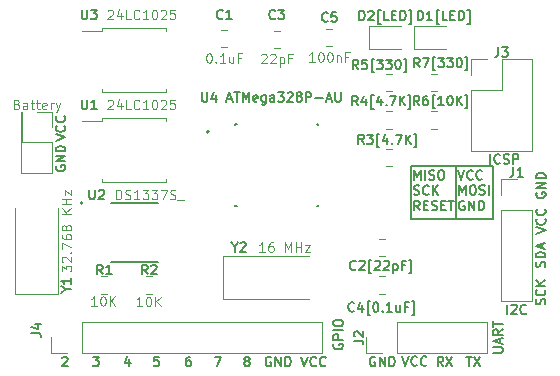
<source format=gto>
%TF.GenerationSoftware,KiCad,Pcbnew,7.0.10*%
%TF.CreationDate,2024-01-19T04:31:44-05:00*%
%TF.ProjectId,Dattalogger_Board,44617474-616c-46f6-9767-65725f426f61,1*%
%TF.SameCoordinates,Original*%
%TF.FileFunction,Legend,Top*%
%TF.FilePolarity,Positive*%
%FSLAX46Y46*%
G04 Gerber Fmt 4.6, Leading zero omitted, Abs format (unit mm)*
G04 Created by KiCad (PCBNEW 7.0.10) date 2024-01-19 04:31:44*
%MOMM*%
%LPD*%
G01*
G04 APERTURE LIST*
%ADD10C,0.150000*%
%ADD11C,0.100000*%
%ADD12C,0.120000*%
%ADD13C,0.127000*%
%ADD14C,0.200000*%
G04 APERTURE END LIST*
D10*
X133722112Y-76918512D02*
X133684017Y-76994702D01*
X133684017Y-76994702D02*
X133684017Y-77108988D01*
X133684017Y-77108988D02*
X133722112Y-77223274D01*
X133722112Y-77223274D02*
X133798302Y-77299464D01*
X133798302Y-77299464D02*
X133874493Y-77337559D01*
X133874493Y-77337559D02*
X134026874Y-77375655D01*
X134026874Y-77375655D02*
X134141160Y-77375655D01*
X134141160Y-77375655D02*
X134293541Y-77337559D01*
X134293541Y-77337559D02*
X134369731Y-77299464D01*
X134369731Y-77299464D02*
X134445922Y-77223274D01*
X134445922Y-77223274D02*
X134484017Y-77108988D01*
X134484017Y-77108988D02*
X134484017Y-77032797D01*
X134484017Y-77032797D02*
X134445922Y-76918512D01*
X134445922Y-76918512D02*
X134407826Y-76880416D01*
X134407826Y-76880416D02*
X134141160Y-76880416D01*
X134141160Y-76880416D02*
X134141160Y-77032797D01*
X134484017Y-76537559D02*
X133684017Y-76537559D01*
X133684017Y-76537559D02*
X134484017Y-76080416D01*
X134484017Y-76080416D02*
X133684017Y-76080416D01*
X134484017Y-75699464D02*
X133684017Y-75699464D01*
X133684017Y-75699464D02*
X133684017Y-75508988D01*
X133684017Y-75508988D02*
X133722112Y-75394702D01*
X133722112Y-75394702D02*
X133798302Y-75318512D01*
X133798302Y-75318512D02*
X133874493Y-75280417D01*
X133874493Y-75280417D02*
X134026874Y-75242321D01*
X134026874Y-75242321D02*
X134141160Y-75242321D01*
X134141160Y-75242321D02*
X134293541Y-75280417D01*
X134293541Y-75280417D02*
X134369731Y-75318512D01*
X134369731Y-75318512D02*
X134445922Y-75394702D01*
X134445922Y-75394702D02*
X134484017Y-75508988D01*
X134484017Y-75508988D02*
X134484017Y-75699464D01*
X133692374Y-74775276D02*
X134492374Y-74508609D01*
X134492374Y-74508609D02*
X133692374Y-74241943D01*
X134416183Y-73518133D02*
X134454279Y-73556229D01*
X134454279Y-73556229D02*
X134492374Y-73670514D01*
X134492374Y-73670514D02*
X134492374Y-73746705D01*
X134492374Y-73746705D02*
X134454279Y-73860991D01*
X134454279Y-73860991D02*
X134378088Y-73937181D01*
X134378088Y-73937181D02*
X134301898Y-73975276D01*
X134301898Y-73975276D02*
X134149517Y-74013372D01*
X134149517Y-74013372D02*
X134035231Y-74013372D01*
X134035231Y-74013372D02*
X133882850Y-73975276D01*
X133882850Y-73975276D02*
X133806659Y-73937181D01*
X133806659Y-73937181D02*
X133730469Y-73860991D01*
X133730469Y-73860991D02*
X133692374Y-73746705D01*
X133692374Y-73746705D02*
X133692374Y-73670514D01*
X133692374Y-73670514D02*
X133730469Y-73556229D01*
X133730469Y-73556229D02*
X133768564Y-73518133D01*
X134416183Y-72718133D02*
X134454279Y-72756229D01*
X134454279Y-72756229D02*
X134492374Y-72870514D01*
X134492374Y-72870514D02*
X134492374Y-72946705D01*
X134492374Y-72946705D02*
X134454279Y-73060991D01*
X134454279Y-73060991D02*
X134378088Y-73137181D01*
X134378088Y-73137181D02*
X134301898Y-73175276D01*
X134301898Y-73175276D02*
X134149517Y-73213372D01*
X134149517Y-73213372D02*
X134035231Y-73213372D01*
X134035231Y-73213372D02*
X133882850Y-73175276D01*
X133882850Y-73175276D02*
X133806659Y-73137181D01*
X133806659Y-73137181D02*
X133730469Y-73060991D01*
X133730469Y-73060991D02*
X133692374Y-72946705D01*
X133692374Y-72946705D02*
X133692374Y-72870514D01*
X133692374Y-72870514D02*
X133730469Y-72756229D01*
X133730469Y-72756229D02*
X133768564Y-72718133D01*
X159094385Y-85659196D02*
X159056289Y-85697292D01*
X159056289Y-85697292D02*
X158942004Y-85735387D01*
X158942004Y-85735387D02*
X158865813Y-85735387D01*
X158865813Y-85735387D02*
X158751527Y-85697292D01*
X158751527Y-85697292D02*
X158675337Y-85621101D01*
X158675337Y-85621101D02*
X158637242Y-85544911D01*
X158637242Y-85544911D02*
X158599146Y-85392530D01*
X158599146Y-85392530D02*
X158599146Y-85278244D01*
X158599146Y-85278244D02*
X158637242Y-85125863D01*
X158637242Y-85125863D02*
X158675337Y-85049672D01*
X158675337Y-85049672D02*
X158751527Y-84973482D01*
X158751527Y-84973482D02*
X158865813Y-84935387D01*
X158865813Y-84935387D02*
X158942004Y-84935387D01*
X158942004Y-84935387D02*
X159056289Y-84973482D01*
X159056289Y-84973482D02*
X159094385Y-85011577D01*
X159399146Y-85011577D02*
X159437242Y-84973482D01*
X159437242Y-84973482D02*
X159513432Y-84935387D01*
X159513432Y-84935387D02*
X159703908Y-84935387D01*
X159703908Y-84935387D02*
X159780099Y-84973482D01*
X159780099Y-84973482D02*
X159818194Y-85011577D01*
X159818194Y-85011577D02*
X159856289Y-85087768D01*
X159856289Y-85087768D02*
X159856289Y-85163958D01*
X159856289Y-85163958D02*
X159818194Y-85278244D01*
X159818194Y-85278244D02*
X159361051Y-85735387D01*
X159361051Y-85735387D02*
X159856289Y-85735387D01*
X160427718Y-86002053D02*
X160237242Y-86002053D01*
X160237242Y-86002053D02*
X160237242Y-84859196D01*
X160237242Y-84859196D02*
X160427718Y-84859196D01*
X160694384Y-85011577D02*
X160732480Y-84973482D01*
X160732480Y-84973482D02*
X160808670Y-84935387D01*
X160808670Y-84935387D02*
X160999146Y-84935387D01*
X160999146Y-84935387D02*
X161075337Y-84973482D01*
X161075337Y-84973482D02*
X161113432Y-85011577D01*
X161113432Y-85011577D02*
X161151527Y-85087768D01*
X161151527Y-85087768D02*
X161151527Y-85163958D01*
X161151527Y-85163958D02*
X161113432Y-85278244D01*
X161113432Y-85278244D02*
X160656289Y-85735387D01*
X160656289Y-85735387D02*
X161151527Y-85735387D01*
X161456289Y-85011577D02*
X161494385Y-84973482D01*
X161494385Y-84973482D02*
X161570575Y-84935387D01*
X161570575Y-84935387D02*
X161761051Y-84935387D01*
X161761051Y-84935387D02*
X161837242Y-84973482D01*
X161837242Y-84973482D02*
X161875337Y-85011577D01*
X161875337Y-85011577D02*
X161913432Y-85087768D01*
X161913432Y-85087768D02*
X161913432Y-85163958D01*
X161913432Y-85163958D02*
X161875337Y-85278244D01*
X161875337Y-85278244D02*
X161418194Y-85735387D01*
X161418194Y-85735387D02*
X161913432Y-85735387D01*
X162256290Y-85202053D02*
X162256290Y-86002053D01*
X162256290Y-85240149D02*
X162332480Y-85202053D01*
X162332480Y-85202053D02*
X162484861Y-85202053D01*
X162484861Y-85202053D02*
X162561052Y-85240149D01*
X162561052Y-85240149D02*
X162599147Y-85278244D01*
X162599147Y-85278244D02*
X162637242Y-85354434D01*
X162637242Y-85354434D02*
X162637242Y-85583006D01*
X162637242Y-85583006D02*
X162599147Y-85659196D01*
X162599147Y-85659196D02*
X162561052Y-85697292D01*
X162561052Y-85697292D02*
X162484861Y-85735387D01*
X162484861Y-85735387D02*
X162332480Y-85735387D01*
X162332480Y-85735387D02*
X162256290Y-85697292D01*
X163246766Y-85316339D02*
X162980100Y-85316339D01*
X162980100Y-85735387D02*
X162980100Y-84935387D01*
X162980100Y-84935387D02*
X163361052Y-84935387D01*
X163589623Y-86002053D02*
X163780099Y-86002053D01*
X163780099Y-86002053D02*
X163780099Y-84859196D01*
X163780099Y-84859196D02*
X163589623Y-84859196D01*
X170742764Y-76955952D02*
X167567764Y-76955952D01*
X170742764Y-81400952D02*
X170742764Y-76955952D01*
X163757764Y-81400952D02*
X170742764Y-81400952D01*
X163757764Y-76955952D02*
X163757764Y-81400952D01*
X167567764Y-76955952D02*
X163757764Y-76955952D01*
X167567764Y-81400952D02*
X167567764Y-76955952D01*
X152266667Y-64421104D02*
X152228571Y-64459200D01*
X152228571Y-64459200D02*
X152114286Y-64497295D01*
X152114286Y-64497295D02*
X152038095Y-64497295D01*
X152038095Y-64497295D02*
X151923809Y-64459200D01*
X151923809Y-64459200D02*
X151847619Y-64383009D01*
X151847619Y-64383009D02*
X151809524Y-64306819D01*
X151809524Y-64306819D02*
X151771428Y-64154438D01*
X151771428Y-64154438D02*
X151771428Y-64040152D01*
X151771428Y-64040152D02*
X151809524Y-63887771D01*
X151809524Y-63887771D02*
X151847619Y-63811580D01*
X151847619Y-63811580D02*
X151923809Y-63735390D01*
X151923809Y-63735390D02*
X152038095Y-63697295D01*
X152038095Y-63697295D02*
X152114286Y-63697295D01*
X152114286Y-63697295D02*
X152228571Y-63735390D01*
X152228571Y-63735390D02*
X152266667Y-63773485D01*
X152533333Y-63697295D02*
X153028571Y-63697295D01*
X153028571Y-63697295D02*
X152761905Y-64002057D01*
X152761905Y-64002057D02*
X152876190Y-64002057D01*
X152876190Y-64002057D02*
X152952381Y-64040152D01*
X152952381Y-64040152D02*
X152990476Y-64078247D01*
X152990476Y-64078247D02*
X153028571Y-64154438D01*
X153028571Y-64154438D02*
X153028571Y-64344914D01*
X153028571Y-64344914D02*
X152990476Y-64421104D01*
X152990476Y-64421104D02*
X152952381Y-64459200D01*
X152952381Y-64459200D02*
X152876190Y-64497295D01*
X152876190Y-64497295D02*
X152647619Y-64497295D01*
X152647619Y-64497295D02*
X152571428Y-64459200D01*
X152571428Y-64459200D02*
X152533333Y-64421104D01*
X159767233Y-75064112D02*
X159500566Y-74683159D01*
X159310090Y-75064112D02*
X159310090Y-74264112D01*
X159310090Y-74264112D02*
X159614852Y-74264112D01*
X159614852Y-74264112D02*
X159691042Y-74302207D01*
X159691042Y-74302207D02*
X159729137Y-74340302D01*
X159729137Y-74340302D02*
X159767233Y-74416493D01*
X159767233Y-74416493D02*
X159767233Y-74530778D01*
X159767233Y-74530778D02*
X159729137Y-74606969D01*
X159729137Y-74606969D02*
X159691042Y-74645064D01*
X159691042Y-74645064D02*
X159614852Y-74683159D01*
X159614852Y-74683159D02*
X159310090Y-74683159D01*
X160033899Y-74264112D02*
X160529137Y-74264112D01*
X160529137Y-74264112D02*
X160262471Y-74568874D01*
X160262471Y-74568874D02*
X160376756Y-74568874D01*
X160376756Y-74568874D02*
X160452947Y-74606969D01*
X160452947Y-74606969D02*
X160491042Y-74645064D01*
X160491042Y-74645064D02*
X160529137Y-74721255D01*
X160529137Y-74721255D02*
X160529137Y-74911731D01*
X160529137Y-74911731D02*
X160491042Y-74987921D01*
X160491042Y-74987921D02*
X160452947Y-75026017D01*
X160452947Y-75026017D02*
X160376756Y-75064112D01*
X160376756Y-75064112D02*
X160148185Y-75064112D01*
X160148185Y-75064112D02*
X160071994Y-75026017D01*
X160071994Y-75026017D02*
X160033899Y-74987921D01*
X161100566Y-75330778D02*
X160910090Y-75330778D01*
X160910090Y-75330778D02*
X160910090Y-74187921D01*
X160910090Y-74187921D02*
X161100566Y-74187921D01*
X161748185Y-74530778D02*
X161748185Y-75064112D01*
X161557709Y-74226017D02*
X161367232Y-74797445D01*
X161367232Y-74797445D02*
X161862471Y-74797445D01*
X162167233Y-74987921D02*
X162205328Y-75026017D01*
X162205328Y-75026017D02*
X162167233Y-75064112D01*
X162167233Y-75064112D02*
X162129137Y-75026017D01*
X162129137Y-75026017D02*
X162167233Y-74987921D01*
X162167233Y-74987921D02*
X162167233Y-75064112D01*
X162471994Y-74264112D02*
X163005328Y-74264112D01*
X163005328Y-74264112D02*
X162662470Y-75064112D01*
X163310090Y-75064112D02*
X163310090Y-74264112D01*
X163767233Y-75064112D02*
X163424375Y-74606969D01*
X163767233Y-74264112D02*
X163310090Y-74721255D01*
X164033899Y-75330778D02*
X164224375Y-75330778D01*
X164224375Y-75330778D02*
X164224375Y-74187921D01*
X164224375Y-74187921D02*
X164033899Y-74187921D01*
X159270953Y-71805595D02*
X159004286Y-71424642D01*
X158813810Y-71805595D02*
X158813810Y-71005595D01*
X158813810Y-71005595D02*
X159118572Y-71005595D01*
X159118572Y-71005595D02*
X159194762Y-71043690D01*
X159194762Y-71043690D02*
X159232857Y-71081785D01*
X159232857Y-71081785D02*
X159270953Y-71157976D01*
X159270953Y-71157976D02*
X159270953Y-71272261D01*
X159270953Y-71272261D02*
X159232857Y-71348452D01*
X159232857Y-71348452D02*
X159194762Y-71386547D01*
X159194762Y-71386547D02*
X159118572Y-71424642D01*
X159118572Y-71424642D02*
X158813810Y-71424642D01*
X159956667Y-71272261D02*
X159956667Y-71805595D01*
X159766191Y-70967500D02*
X159575714Y-71538928D01*
X159575714Y-71538928D02*
X160070953Y-71538928D01*
X160604286Y-72072261D02*
X160413810Y-72072261D01*
X160413810Y-72072261D02*
X160413810Y-70929404D01*
X160413810Y-70929404D02*
X160604286Y-70929404D01*
X161251905Y-71272261D02*
X161251905Y-71805595D01*
X161061429Y-70967500D02*
X160870952Y-71538928D01*
X160870952Y-71538928D02*
X161366191Y-71538928D01*
X161670953Y-71729404D02*
X161709048Y-71767500D01*
X161709048Y-71767500D02*
X161670953Y-71805595D01*
X161670953Y-71805595D02*
X161632857Y-71767500D01*
X161632857Y-71767500D02*
X161670953Y-71729404D01*
X161670953Y-71729404D02*
X161670953Y-71805595D01*
X161975714Y-71005595D02*
X162509048Y-71005595D01*
X162509048Y-71005595D02*
X162166190Y-71805595D01*
X162813810Y-71805595D02*
X162813810Y-71005595D01*
X163270953Y-71805595D02*
X162928095Y-71348452D01*
X163270953Y-71005595D02*
X162813810Y-71462738D01*
X163537619Y-72072261D02*
X163728095Y-72072261D01*
X163728095Y-72072261D02*
X163728095Y-70929404D01*
X163728095Y-70929404D02*
X163537619Y-70929404D01*
X159407169Y-64599770D02*
X159407169Y-63799770D01*
X159407169Y-63799770D02*
X159597645Y-63799770D01*
X159597645Y-63799770D02*
X159711931Y-63837865D01*
X159711931Y-63837865D02*
X159788121Y-63914055D01*
X159788121Y-63914055D02*
X159826216Y-63990246D01*
X159826216Y-63990246D02*
X159864312Y-64142627D01*
X159864312Y-64142627D02*
X159864312Y-64256913D01*
X159864312Y-64256913D02*
X159826216Y-64409294D01*
X159826216Y-64409294D02*
X159788121Y-64485484D01*
X159788121Y-64485484D02*
X159711931Y-64561675D01*
X159711931Y-64561675D02*
X159597645Y-64599770D01*
X159597645Y-64599770D02*
X159407169Y-64599770D01*
X160169073Y-63875960D02*
X160207169Y-63837865D01*
X160207169Y-63837865D02*
X160283359Y-63799770D01*
X160283359Y-63799770D02*
X160473835Y-63799770D01*
X160473835Y-63799770D02*
X160550026Y-63837865D01*
X160550026Y-63837865D02*
X160588121Y-63875960D01*
X160588121Y-63875960D02*
X160626216Y-63952151D01*
X160626216Y-63952151D02*
X160626216Y-64028341D01*
X160626216Y-64028341D02*
X160588121Y-64142627D01*
X160588121Y-64142627D02*
X160130978Y-64599770D01*
X160130978Y-64599770D02*
X160626216Y-64599770D01*
X161197645Y-64866436D02*
X161007169Y-64866436D01*
X161007169Y-64866436D02*
X161007169Y-63723579D01*
X161007169Y-63723579D02*
X161197645Y-63723579D01*
X161883359Y-64599770D02*
X161502407Y-64599770D01*
X161502407Y-64599770D02*
X161502407Y-63799770D01*
X162150026Y-64180722D02*
X162416692Y-64180722D01*
X162530978Y-64599770D02*
X162150026Y-64599770D01*
X162150026Y-64599770D02*
X162150026Y-63799770D01*
X162150026Y-63799770D02*
X162530978Y-63799770D01*
X162873836Y-64599770D02*
X162873836Y-63799770D01*
X162873836Y-63799770D02*
X163064312Y-63799770D01*
X163064312Y-63799770D02*
X163178598Y-63837865D01*
X163178598Y-63837865D02*
X163254788Y-63914055D01*
X163254788Y-63914055D02*
X163292883Y-63990246D01*
X163292883Y-63990246D02*
X163330979Y-64142627D01*
X163330979Y-64142627D02*
X163330979Y-64256913D01*
X163330979Y-64256913D02*
X163292883Y-64409294D01*
X163292883Y-64409294D02*
X163254788Y-64485484D01*
X163254788Y-64485484D02*
X163178598Y-64561675D01*
X163178598Y-64561675D02*
X163064312Y-64599770D01*
X163064312Y-64599770D02*
X162873836Y-64599770D01*
X163597645Y-64866436D02*
X163788121Y-64866436D01*
X163788121Y-64866436D02*
X163788121Y-63723579D01*
X163788121Y-63723579D02*
X163597645Y-63723579D01*
X167742638Y-77281147D02*
X168009305Y-78081147D01*
X168009305Y-78081147D02*
X168275971Y-77281147D01*
X168999781Y-78004956D02*
X168961685Y-78043052D01*
X168961685Y-78043052D02*
X168847400Y-78081147D01*
X168847400Y-78081147D02*
X168771209Y-78081147D01*
X168771209Y-78081147D02*
X168656923Y-78043052D01*
X168656923Y-78043052D02*
X168580733Y-77966861D01*
X168580733Y-77966861D02*
X168542638Y-77890671D01*
X168542638Y-77890671D02*
X168504542Y-77738290D01*
X168504542Y-77738290D02*
X168504542Y-77624004D01*
X168504542Y-77624004D02*
X168542638Y-77471623D01*
X168542638Y-77471623D02*
X168580733Y-77395432D01*
X168580733Y-77395432D02*
X168656923Y-77319242D01*
X168656923Y-77319242D02*
X168771209Y-77281147D01*
X168771209Y-77281147D02*
X168847400Y-77281147D01*
X168847400Y-77281147D02*
X168961685Y-77319242D01*
X168961685Y-77319242D02*
X168999781Y-77357337D01*
X169799781Y-78004956D02*
X169761685Y-78043052D01*
X169761685Y-78043052D02*
X169647400Y-78081147D01*
X169647400Y-78081147D02*
X169571209Y-78081147D01*
X169571209Y-78081147D02*
X169456923Y-78043052D01*
X169456923Y-78043052D02*
X169380733Y-77966861D01*
X169380733Y-77966861D02*
X169342638Y-77890671D01*
X169342638Y-77890671D02*
X169304542Y-77738290D01*
X169304542Y-77738290D02*
X169304542Y-77624004D01*
X169304542Y-77624004D02*
X169342638Y-77471623D01*
X169342638Y-77471623D02*
X169380733Y-77395432D01*
X169380733Y-77395432D02*
X169456923Y-77319242D01*
X169456923Y-77319242D02*
X169571209Y-77281147D01*
X169571209Y-77281147D02*
X169647400Y-77281147D01*
X169647400Y-77281147D02*
X169761685Y-77319242D01*
X169761685Y-77319242D02*
X169799781Y-77357337D01*
X167856924Y-79369147D02*
X167856924Y-78569147D01*
X167856924Y-78569147D02*
X168123590Y-79140575D01*
X168123590Y-79140575D02*
X168390257Y-78569147D01*
X168390257Y-78569147D02*
X168390257Y-79369147D01*
X168923591Y-78569147D02*
X169075972Y-78569147D01*
X169075972Y-78569147D02*
X169152162Y-78607242D01*
X169152162Y-78607242D02*
X169228353Y-78683432D01*
X169228353Y-78683432D02*
X169266448Y-78835813D01*
X169266448Y-78835813D02*
X169266448Y-79102480D01*
X169266448Y-79102480D02*
X169228353Y-79254861D01*
X169228353Y-79254861D02*
X169152162Y-79331052D01*
X169152162Y-79331052D02*
X169075972Y-79369147D01*
X169075972Y-79369147D02*
X168923591Y-79369147D01*
X168923591Y-79369147D02*
X168847400Y-79331052D01*
X168847400Y-79331052D02*
X168771210Y-79254861D01*
X168771210Y-79254861D02*
X168733114Y-79102480D01*
X168733114Y-79102480D02*
X168733114Y-78835813D01*
X168733114Y-78835813D02*
X168771210Y-78683432D01*
X168771210Y-78683432D02*
X168847400Y-78607242D01*
X168847400Y-78607242D02*
X168923591Y-78569147D01*
X169571209Y-79331052D02*
X169685495Y-79369147D01*
X169685495Y-79369147D02*
X169875971Y-79369147D01*
X169875971Y-79369147D02*
X169952162Y-79331052D01*
X169952162Y-79331052D02*
X169990257Y-79292956D01*
X169990257Y-79292956D02*
X170028352Y-79216766D01*
X170028352Y-79216766D02*
X170028352Y-79140575D01*
X170028352Y-79140575D02*
X169990257Y-79064385D01*
X169990257Y-79064385D02*
X169952162Y-79026290D01*
X169952162Y-79026290D02*
X169875971Y-78988194D01*
X169875971Y-78988194D02*
X169723590Y-78950099D01*
X169723590Y-78950099D02*
X169647400Y-78912004D01*
X169647400Y-78912004D02*
X169609305Y-78873909D01*
X169609305Y-78873909D02*
X169571209Y-78797718D01*
X169571209Y-78797718D02*
X169571209Y-78721528D01*
X169571209Y-78721528D02*
X169609305Y-78645337D01*
X169609305Y-78645337D02*
X169647400Y-78607242D01*
X169647400Y-78607242D02*
X169723590Y-78569147D01*
X169723590Y-78569147D02*
X169914067Y-78569147D01*
X169914067Y-78569147D02*
X170028352Y-78607242D01*
X170371210Y-79369147D02*
X170371210Y-78569147D01*
X168275971Y-79895242D02*
X168199781Y-79857147D01*
X168199781Y-79857147D02*
X168085495Y-79857147D01*
X168085495Y-79857147D02*
X167971209Y-79895242D01*
X167971209Y-79895242D02*
X167895019Y-79971432D01*
X167895019Y-79971432D02*
X167856924Y-80047623D01*
X167856924Y-80047623D02*
X167818828Y-80200004D01*
X167818828Y-80200004D02*
X167818828Y-80314290D01*
X167818828Y-80314290D02*
X167856924Y-80466671D01*
X167856924Y-80466671D02*
X167895019Y-80542861D01*
X167895019Y-80542861D02*
X167971209Y-80619052D01*
X167971209Y-80619052D02*
X168085495Y-80657147D01*
X168085495Y-80657147D02*
X168161686Y-80657147D01*
X168161686Y-80657147D02*
X168275971Y-80619052D01*
X168275971Y-80619052D02*
X168314067Y-80580956D01*
X168314067Y-80580956D02*
X168314067Y-80314290D01*
X168314067Y-80314290D02*
X168161686Y-80314290D01*
X168656924Y-80657147D02*
X168656924Y-79857147D01*
X168656924Y-79857147D02*
X169114067Y-80657147D01*
X169114067Y-80657147D02*
X169114067Y-79857147D01*
X169495019Y-80657147D02*
X169495019Y-79857147D01*
X169495019Y-79857147D02*
X169685495Y-79857147D01*
X169685495Y-79857147D02*
X169799781Y-79895242D01*
X169799781Y-79895242D02*
X169875971Y-79971432D01*
X169875971Y-79971432D02*
X169914066Y-80047623D01*
X169914066Y-80047623D02*
X169952162Y-80200004D01*
X169952162Y-80200004D02*
X169952162Y-80314290D01*
X169952162Y-80314290D02*
X169914066Y-80466671D01*
X169914066Y-80466671D02*
X169875971Y-80542861D01*
X169875971Y-80542861D02*
X169799781Y-80619052D01*
X169799781Y-80619052D02*
X169685495Y-80657147D01*
X169685495Y-80657147D02*
X169495019Y-80657147D01*
X164046924Y-78084247D02*
X164046924Y-77284247D01*
X164046924Y-77284247D02*
X164313590Y-77855675D01*
X164313590Y-77855675D02*
X164580257Y-77284247D01*
X164580257Y-77284247D02*
X164580257Y-78084247D01*
X164961210Y-78084247D02*
X164961210Y-77284247D01*
X165304066Y-78046152D02*
X165418352Y-78084247D01*
X165418352Y-78084247D02*
X165608828Y-78084247D01*
X165608828Y-78084247D02*
X165685019Y-78046152D01*
X165685019Y-78046152D02*
X165723114Y-78008056D01*
X165723114Y-78008056D02*
X165761209Y-77931866D01*
X165761209Y-77931866D02*
X165761209Y-77855675D01*
X165761209Y-77855675D02*
X165723114Y-77779485D01*
X165723114Y-77779485D02*
X165685019Y-77741390D01*
X165685019Y-77741390D02*
X165608828Y-77703294D01*
X165608828Y-77703294D02*
X165456447Y-77665199D01*
X165456447Y-77665199D02*
X165380257Y-77627104D01*
X165380257Y-77627104D02*
X165342162Y-77589009D01*
X165342162Y-77589009D02*
X165304066Y-77512818D01*
X165304066Y-77512818D02*
X165304066Y-77436628D01*
X165304066Y-77436628D02*
X165342162Y-77360437D01*
X165342162Y-77360437D02*
X165380257Y-77322342D01*
X165380257Y-77322342D02*
X165456447Y-77284247D01*
X165456447Y-77284247D02*
X165646924Y-77284247D01*
X165646924Y-77284247D02*
X165761209Y-77322342D01*
X166256448Y-77284247D02*
X166408829Y-77284247D01*
X166408829Y-77284247D02*
X166485019Y-77322342D01*
X166485019Y-77322342D02*
X166561210Y-77398532D01*
X166561210Y-77398532D02*
X166599305Y-77550913D01*
X166599305Y-77550913D02*
X166599305Y-77817580D01*
X166599305Y-77817580D02*
X166561210Y-77969961D01*
X166561210Y-77969961D02*
X166485019Y-78046152D01*
X166485019Y-78046152D02*
X166408829Y-78084247D01*
X166408829Y-78084247D02*
X166256448Y-78084247D01*
X166256448Y-78084247D02*
X166180257Y-78046152D01*
X166180257Y-78046152D02*
X166104067Y-77969961D01*
X166104067Y-77969961D02*
X166065971Y-77817580D01*
X166065971Y-77817580D02*
X166065971Y-77550913D01*
X166065971Y-77550913D02*
X166104067Y-77398532D01*
X166104067Y-77398532D02*
X166180257Y-77322342D01*
X166180257Y-77322342D02*
X166256448Y-77284247D01*
X164008828Y-79334152D02*
X164123114Y-79372247D01*
X164123114Y-79372247D02*
X164313590Y-79372247D01*
X164313590Y-79372247D02*
X164389781Y-79334152D01*
X164389781Y-79334152D02*
X164427876Y-79296056D01*
X164427876Y-79296056D02*
X164465971Y-79219866D01*
X164465971Y-79219866D02*
X164465971Y-79143675D01*
X164465971Y-79143675D02*
X164427876Y-79067485D01*
X164427876Y-79067485D02*
X164389781Y-79029390D01*
X164389781Y-79029390D02*
X164313590Y-78991294D01*
X164313590Y-78991294D02*
X164161209Y-78953199D01*
X164161209Y-78953199D02*
X164085019Y-78915104D01*
X164085019Y-78915104D02*
X164046924Y-78877009D01*
X164046924Y-78877009D02*
X164008828Y-78800818D01*
X164008828Y-78800818D02*
X164008828Y-78724628D01*
X164008828Y-78724628D02*
X164046924Y-78648437D01*
X164046924Y-78648437D02*
X164085019Y-78610342D01*
X164085019Y-78610342D02*
X164161209Y-78572247D01*
X164161209Y-78572247D02*
X164351686Y-78572247D01*
X164351686Y-78572247D02*
X164465971Y-78610342D01*
X165265972Y-79296056D02*
X165227876Y-79334152D01*
X165227876Y-79334152D02*
X165113591Y-79372247D01*
X165113591Y-79372247D02*
X165037400Y-79372247D01*
X165037400Y-79372247D02*
X164923114Y-79334152D01*
X164923114Y-79334152D02*
X164846924Y-79257961D01*
X164846924Y-79257961D02*
X164808829Y-79181771D01*
X164808829Y-79181771D02*
X164770733Y-79029390D01*
X164770733Y-79029390D02*
X164770733Y-78915104D01*
X164770733Y-78915104D02*
X164808829Y-78762723D01*
X164808829Y-78762723D02*
X164846924Y-78686532D01*
X164846924Y-78686532D02*
X164923114Y-78610342D01*
X164923114Y-78610342D02*
X165037400Y-78572247D01*
X165037400Y-78572247D02*
X165113591Y-78572247D01*
X165113591Y-78572247D02*
X165227876Y-78610342D01*
X165227876Y-78610342D02*
X165265972Y-78648437D01*
X165608829Y-79372247D02*
X165608829Y-78572247D01*
X166065972Y-79372247D02*
X165723114Y-78915104D01*
X166065972Y-78572247D02*
X165608829Y-79029390D01*
X164504067Y-80660247D02*
X164237400Y-80279294D01*
X164046924Y-80660247D02*
X164046924Y-79860247D01*
X164046924Y-79860247D02*
X164351686Y-79860247D01*
X164351686Y-79860247D02*
X164427876Y-79898342D01*
X164427876Y-79898342D02*
X164465971Y-79936437D01*
X164465971Y-79936437D02*
X164504067Y-80012628D01*
X164504067Y-80012628D02*
X164504067Y-80126913D01*
X164504067Y-80126913D02*
X164465971Y-80203104D01*
X164465971Y-80203104D02*
X164427876Y-80241199D01*
X164427876Y-80241199D02*
X164351686Y-80279294D01*
X164351686Y-80279294D02*
X164046924Y-80279294D01*
X164846924Y-80241199D02*
X165113590Y-80241199D01*
X165227876Y-80660247D02*
X164846924Y-80660247D01*
X164846924Y-80660247D02*
X164846924Y-79860247D01*
X164846924Y-79860247D02*
X165227876Y-79860247D01*
X165532638Y-80622152D02*
X165646924Y-80660247D01*
X165646924Y-80660247D02*
X165837400Y-80660247D01*
X165837400Y-80660247D02*
X165913591Y-80622152D01*
X165913591Y-80622152D02*
X165951686Y-80584056D01*
X165951686Y-80584056D02*
X165989781Y-80507866D01*
X165989781Y-80507866D02*
X165989781Y-80431675D01*
X165989781Y-80431675D02*
X165951686Y-80355485D01*
X165951686Y-80355485D02*
X165913591Y-80317390D01*
X165913591Y-80317390D02*
X165837400Y-80279294D01*
X165837400Y-80279294D02*
X165685019Y-80241199D01*
X165685019Y-80241199D02*
X165608829Y-80203104D01*
X165608829Y-80203104D02*
X165570734Y-80165009D01*
X165570734Y-80165009D02*
X165532638Y-80088818D01*
X165532638Y-80088818D02*
X165532638Y-80012628D01*
X165532638Y-80012628D02*
X165570734Y-79936437D01*
X165570734Y-79936437D02*
X165608829Y-79898342D01*
X165608829Y-79898342D02*
X165685019Y-79860247D01*
X165685019Y-79860247D02*
X165875496Y-79860247D01*
X165875496Y-79860247D02*
X165989781Y-79898342D01*
X166332639Y-80241199D02*
X166599305Y-80241199D01*
X166713591Y-80660247D02*
X166332639Y-80660247D01*
X166332639Y-80660247D02*
X166332639Y-79860247D01*
X166332639Y-79860247D02*
X166713591Y-79860247D01*
X166942163Y-79860247D02*
X167399306Y-79860247D01*
X167170734Y-80660247D02*
X167170734Y-79860247D01*
X174407677Y-79176936D02*
X174369582Y-79253126D01*
X174369582Y-79253126D02*
X174369582Y-79367412D01*
X174369582Y-79367412D02*
X174407677Y-79481698D01*
X174407677Y-79481698D02*
X174483867Y-79557888D01*
X174483867Y-79557888D02*
X174560058Y-79595983D01*
X174560058Y-79595983D02*
X174712439Y-79634079D01*
X174712439Y-79634079D02*
X174826725Y-79634079D01*
X174826725Y-79634079D02*
X174979106Y-79595983D01*
X174979106Y-79595983D02*
X175055296Y-79557888D01*
X175055296Y-79557888D02*
X175131487Y-79481698D01*
X175131487Y-79481698D02*
X175169582Y-79367412D01*
X175169582Y-79367412D02*
X175169582Y-79291221D01*
X175169582Y-79291221D02*
X175131487Y-79176936D01*
X175131487Y-79176936D02*
X175093391Y-79138840D01*
X175093391Y-79138840D02*
X174826725Y-79138840D01*
X174826725Y-79138840D02*
X174826725Y-79291221D01*
X175169582Y-78795983D02*
X174369582Y-78795983D01*
X174369582Y-78795983D02*
X175169582Y-78338840D01*
X175169582Y-78338840D02*
X174369582Y-78338840D01*
X175169582Y-77957888D02*
X174369582Y-77957888D01*
X174369582Y-77957888D02*
X174369582Y-77767412D01*
X174369582Y-77767412D02*
X174407677Y-77653126D01*
X174407677Y-77653126D02*
X174483867Y-77576936D01*
X174483867Y-77576936D02*
X174560058Y-77538841D01*
X174560058Y-77538841D02*
X174712439Y-77500745D01*
X174712439Y-77500745D02*
X174826725Y-77500745D01*
X174826725Y-77500745D02*
X174979106Y-77538841D01*
X174979106Y-77538841D02*
X175055296Y-77576936D01*
X175055296Y-77576936D02*
X175131487Y-77653126D01*
X175131487Y-77653126D02*
X175169582Y-77767412D01*
X175169582Y-77767412D02*
X175169582Y-77957888D01*
X174369582Y-82645484D02*
X175169582Y-82378817D01*
X175169582Y-82378817D02*
X174369582Y-82112151D01*
X175093391Y-81388341D02*
X175131487Y-81426437D01*
X175131487Y-81426437D02*
X175169582Y-81540722D01*
X175169582Y-81540722D02*
X175169582Y-81616913D01*
X175169582Y-81616913D02*
X175131487Y-81731199D01*
X175131487Y-81731199D02*
X175055296Y-81807389D01*
X175055296Y-81807389D02*
X174979106Y-81845484D01*
X174979106Y-81845484D02*
X174826725Y-81883580D01*
X174826725Y-81883580D02*
X174712439Y-81883580D01*
X174712439Y-81883580D02*
X174560058Y-81845484D01*
X174560058Y-81845484D02*
X174483867Y-81807389D01*
X174483867Y-81807389D02*
X174407677Y-81731199D01*
X174407677Y-81731199D02*
X174369582Y-81616913D01*
X174369582Y-81616913D02*
X174369582Y-81540722D01*
X174369582Y-81540722D02*
X174407677Y-81426437D01*
X174407677Y-81426437D02*
X174445772Y-81388341D01*
X175093391Y-80588341D02*
X175131487Y-80626437D01*
X175131487Y-80626437D02*
X175169582Y-80740722D01*
X175169582Y-80740722D02*
X175169582Y-80816913D01*
X175169582Y-80816913D02*
X175131487Y-80931199D01*
X175131487Y-80931199D02*
X175055296Y-81007389D01*
X175055296Y-81007389D02*
X174979106Y-81045484D01*
X174979106Y-81045484D02*
X174826725Y-81083580D01*
X174826725Y-81083580D02*
X174712439Y-81083580D01*
X174712439Y-81083580D02*
X174560058Y-81045484D01*
X174560058Y-81045484D02*
X174483867Y-81007389D01*
X174483867Y-81007389D02*
X174407677Y-80931199D01*
X174407677Y-80931199D02*
X174369582Y-80816913D01*
X174369582Y-80816913D02*
X174369582Y-80740722D01*
X174369582Y-80740722D02*
X174407677Y-80626437D01*
X174407677Y-80626437D02*
X174445772Y-80588341D01*
X175116200Y-88648935D02*
X175154295Y-88534649D01*
X175154295Y-88534649D02*
X175154295Y-88344173D01*
X175154295Y-88344173D02*
X175116200Y-88267982D01*
X175116200Y-88267982D02*
X175078104Y-88229887D01*
X175078104Y-88229887D02*
X175001914Y-88191792D01*
X175001914Y-88191792D02*
X174925723Y-88191792D01*
X174925723Y-88191792D02*
X174849533Y-88229887D01*
X174849533Y-88229887D02*
X174811438Y-88267982D01*
X174811438Y-88267982D02*
X174773342Y-88344173D01*
X174773342Y-88344173D02*
X174735247Y-88496554D01*
X174735247Y-88496554D02*
X174697152Y-88572744D01*
X174697152Y-88572744D02*
X174659057Y-88610839D01*
X174659057Y-88610839D02*
X174582866Y-88648935D01*
X174582866Y-88648935D02*
X174506676Y-88648935D01*
X174506676Y-88648935D02*
X174430485Y-88610839D01*
X174430485Y-88610839D02*
X174392390Y-88572744D01*
X174392390Y-88572744D02*
X174354295Y-88496554D01*
X174354295Y-88496554D02*
X174354295Y-88306077D01*
X174354295Y-88306077D02*
X174392390Y-88191792D01*
X175078104Y-87391791D02*
X175116200Y-87429887D01*
X175116200Y-87429887D02*
X175154295Y-87544172D01*
X175154295Y-87544172D02*
X175154295Y-87620363D01*
X175154295Y-87620363D02*
X175116200Y-87734649D01*
X175116200Y-87734649D02*
X175040009Y-87810839D01*
X175040009Y-87810839D02*
X174963819Y-87848934D01*
X174963819Y-87848934D02*
X174811438Y-87887030D01*
X174811438Y-87887030D02*
X174697152Y-87887030D01*
X174697152Y-87887030D02*
X174544771Y-87848934D01*
X174544771Y-87848934D02*
X174468580Y-87810839D01*
X174468580Y-87810839D02*
X174392390Y-87734649D01*
X174392390Y-87734649D02*
X174354295Y-87620363D01*
X174354295Y-87620363D02*
X174354295Y-87544172D01*
X174354295Y-87544172D02*
X174392390Y-87429887D01*
X174392390Y-87429887D02*
X174430485Y-87391791D01*
X175154295Y-87048934D02*
X174354295Y-87048934D01*
X175154295Y-86591791D02*
X174697152Y-86934649D01*
X174354295Y-86591791D02*
X174811438Y-87048934D01*
X175093447Y-85473935D02*
X175131542Y-85359649D01*
X175131542Y-85359649D02*
X175131542Y-85169173D01*
X175131542Y-85169173D02*
X175093447Y-85092982D01*
X175093447Y-85092982D02*
X175055351Y-85054887D01*
X175055351Y-85054887D02*
X174979161Y-85016792D01*
X174979161Y-85016792D02*
X174902970Y-85016792D01*
X174902970Y-85016792D02*
X174826780Y-85054887D01*
X174826780Y-85054887D02*
X174788685Y-85092982D01*
X174788685Y-85092982D02*
X174750589Y-85169173D01*
X174750589Y-85169173D02*
X174712494Y-85321554D01*
X174712494Y-85321554D02*
X174674399Y-85397744D01*
X174674399Y-85397744D02*
X174636304Y-85435839D01*
X174636304Y-85435839D02*
X174560113Y-85473935D01*
X174560113Y-85473935D02*
X174483923Y-85473935D01*
X174483923Y-85473935D02*
X174407732Y-85435839D01*
X174407732Y-85435839D02*
X174369637Y-85397744D01*
X174369637Y-85397744D02*
X174331542Y-85321554D01*
X174331542Y-85321554D02*
X174331542Y-85131077D01*
X174331542Y-85131077D02*
X174369637Y-85016792D01*
X175131542Y-84673934D02*
X174331542Y-84673934D01*
X174331542Y-84673934D02*
X174331542Y-84483458D01*
X174331542Y-84483458D02*
X174369637Y-84369172D01*
X174369637Y-84369172D02*
X174445827Y-84292982D01*
X174445827Y-84292982D02*
X174522018Y-84254887D01*
X174522018Y-84254887D02*
X174674399Y-84216791D01*
X174674399Y-84216791D02*
X174788685Y-84216791D01*
X174788685Y-84216791D02*
X174941066Y-84254887D01*
X174941066Y-84254887D02*
X175017256Y-84292982D01*
X175017256Y-84292982D02*
X175093447Y-84369172D01*
X175093447Y-84369172D02*
X175131542Y-84483458D01*
X175131542Y-84483458D02*
X175131542Y-84673934D01*
X174902970Y-83912030D02*
X174902970Y-83531077D01*
X175131542Y-83988220D02*
X174331542Y-83721553D01*
X174331542Y-83721553D02*
X175131542Y-83454887D01*
X134236064Y-93150485D02*
X134274160Y-93112390D01*
X134274160Y-93112390D02*
X134350350Y-93074295D01*
X134350350Y-93074295D02*
X134540826Y-93074295D01*
X134540826Y-93074295D02*
X134617017Y-93112390D01*
X134617017Y-93112390D02*
X134655112Y-93150485D01*
X134655112Y-93150485D02*
X134693207Y-93226676D01*
X134693207Y-93226676D02*
X134693207Y-93302866D01*
X134693207Y-93302866D02*
X134655112Y-93417152D01*
X134655112Y-93417152D02*
X134197969Y-93874295D01*
X134197969Y-93874295D02*
X134693207Y-93874295D01*
X136848936Y-93074295D02*
X137344174Y-93074295D01*
X137344174Y-93074295D02*
X137077508Y-93379057D01*
X137077508Y-93379057D02*
X137191793Y-93379057D01*
X137191793Y-93379057D02*
X137267984Y-93417152D01*
X137267984Y-93417152D02*
X137306079Y-93455247D01*
X137306079Y-93455247D02*
X137344174Y-93531438D01*
X137344174Y-93531438D02*
X137344174Y-93721914D01*
X137344174Y-93721914D02*
X137306079Y-93798104D01*
X137306079Y-93798104D02*
X137267984Y-93836200D01*
X137267984Y-93836200D02*
X137191793Y-93874295D01*
X137191793Y-93874295D02*
X136963222Y-93874295D01*
X136963222Y-93874295D02*
X136887031Y-93836200D01*
X136887031Y-93836200D02*
X136848936Y-93798104D01*
X139937345Y-93310385D02*
X139937345Y-93843719D01*
X139746869Y-93005624D02*
X139556392Y-93577052D01*
X139556392Y-93577052D02*
X140051631Y-93577052D01*
X142422322Y-93074295D02*
X142041370Y-93074295D01*
X142041370Y-93074295D02*
X142003274Y-93455247D01*
X142003274Y-93455247D02*
X142041370Y-93417152D01*
X142041370Y-93417152D02*
X142117560Y-93379057D01*
X142117560Y-93379057D02*
X142308036Y-93379057D01*
X142308036Y-93379057D02*
X142384227Y-93417152D01*
X142384227Y-93417152D02*
X142422322Y-93455247D01*
X142422322Y-93455247D02*
X142460417Y-93531438D01*
X142460417Y-93531438D02*
X142460417Y-93721914D01*
X142460417Y-93721914D02*
X142422322Y-93798104D01*
X142422322Y-93798104D02*
X142384227Y-93836200D01*
X142384227Y-93836200D02*
X142308036Y-93874295D01*
X142308036Y-93874295D02*
X142117560Y-93874295D01*
X142117560Y-93874295D02*
X142041370Y-93836200D01*
X142041370Y-93836200D02*
X142003274Y-93798104D01*
X145105416Y-93074295D02*
X144953035Y-93074295D01*
X144953035Y-93074295D02*
X144876844Y-93112390D01*
X144876844Y-93112390D02*
X144838749Y-93150485D01*
X144838749Y-93150485D02*
X144762559Y-93264771D01*
X144762559Y-93264771D02*
X144724463Y-93417152D01*
X144724463Y-93417152D02*
X144724463Y-93721914D01*
X144724463Y-93721914D02*
X144762559Y-93798104D01*
X144762559Y-93798104D02*
X144800654Y-93836200D01*
X144800654Y-93836200D02*
X144876844Y-93874295D01*
X144876844Y-93874295D02*
X145029225Y-93874295D01*
X145029225Y-93874295D02*
X145105416Y-93836200D01*
X145105416Y-93836200D02*
X145143511Y-93798104D01*
X145143511Y-93798104D02*
X145181606Y-93721914D01*
X145181606Y-93721914D02*
X145181606Y-93531438D01*
X145181606Y-93531438D02*
X145143511Y-93455247D01*
X145143511Y-93455247D02*
X145105416Y-93417152D01*
X145105416Y-93417152D02*
X145029225Y-93379057D01*
X145029225Y-93379057D02*
X144876844Y-93379057D01*
X144876844Y-93379057D02*
X144800654Y-93417152D01*
X144800654Y-93417152D02*
X144762559Y-93455247D01*
X144762559Y-93455247D02*
X144724463Y-93531438D01*
X147146800Y-93059007D02*
X147680134Y-93059007D01*
X147680134Y-93059007D02*
X147337276Y-93859007D01*
X149830021Y-93417152D02*
X149753831Y-93379057D01*
X149753831Y-93379057D02*
X149715736Y-93340961D01*
X149715736Y-93340961D02*
X149677640Y-93264771D01*
X149677640Y-93264771D02*
X149677640Y-93226676D01*
X149677640Y-93226676D02*
X149715736Y-93150485D01*
X149715736Y-93150485D02*
X149753831Y-93112390D01*
X149753831Y-93112390D02*
X149830021Y-93074295D01*
X149830021Y-93074295D02*
X149982402Y-93074295D01*
X149982402Y-93074295D02*
X150058593Y-93112390D01*
X150058593Y-93112390D02*
X150096688Y-93150485D01*
X150096688Y-93150485D02*
X150134783Y-93226676D01*
X150134783Y-93226676D02*
X150134783Y-93264771D01*
X150134783Y-93264771D02*
X150096688Y-93340961D01*
X150096688Y-93340961D02*
X150058593Y-93379057D01*
X150058593Y-93379057D02*
X149982402Y-93417152D01*
X149982402Y-93417152D02*
X149830021Y-93417152D01*
X149830021Y-93417152D02*
X149753831Y-93455247D01*
X149753831Y-93455247D02*
X149715736Y-93493342D01*
X149715736Y-93493342D02*
X149677640Y-93569533D01*
X149677640Y-93569533D02*
X149677640Y-93721914D01*
X149677640Y-93721914D02*
X149715736Y-93798104D01*
X149715736Y-93798104D02*
X149753831Y-93836200D01*
X149753831Y-93836200D02*
X149830021Y-93874295D01*
X149830021Y-93874295D02*
X149982402Y-93874295D01*
X149982402Y-93874295D02*
X150058593Y-93836200D01*
X150058593Y-93836200D02*
X150096688Y-93798104D01*
X150096688Y-93798104D02*
X150134783Y-93721914D01*
X150134783Y-93721914D02*
X150134783Y-93569533D01*
X150134783Y-93569533D02*
X150096688Y-93493342D01*
X150096688Y-93493342D02*
X150058593Y-93455247D01*
X150058593Y-93455247D02*
X149982402Y-93417152D01*
X151918334Y-93112390D02*
X151842144Y-93074295D01*
X151842144Y-93074295D02*
X151727858Y-93074295D01*
X151727858Y-93074295D02*
X151613572Y-93112390D01*
X151613572Y-93112390D02*
X151537382Y-93188580D01*
X151537382Y-93188580D02*
X151499287Y-93264771D01*
X151499287Y-93264771D02*
X151461191Y-93417152D01*
X151461191Y-93417152D02*
X151461191Y-93531438D01*
X151461191Y-93531438D02*
X151499287Y-93683819D01*
X151499287Y-93683819D02*
X151537382Y-93760009D01*
X151537382Y-93760009D02*
X151613572Y-93836200D01*
X151613572Y-93836200D02*
X151727858Y-93874295D01*
X151727858Y-93874295D02*
X151804049Y-93874295D01*
X151804049Y-93874295D02*
X151918334Y-93836200D01*
X151918334Y-93836200D02*
X151956430Y-93798104D01*
X151956430Y-93798104D02*
X151956430Y-93531438D01*
X151956430Y-93531438D02*
X151804049Y-93531438D01*
X152299287Y-93874295D02*
X152299287Y-93074295D01*
X152299287Y-93074295D02*
X152756430Y-93874295D01*
X152756430Y-93874295D02*
X152756430Y-93074295D01*
X153137382Y-93874295D02*
X153137382Y-93074295D01*
X153137382Y-93074295D02*
X153327858Y-93074295D01*
X153327858Y-93074295D02*
X153442144Y-93112390D01*
X153442144Y-93112390D02*
X153518334Y-93188580D01*
X153518334Y-93188580D02*
X153556429Y-93264771D01*
X153556429Y-93264771D02*
X153594525Y-93417152D01*
X153594525Y-93417152D02*
X153594525Y-93531438D01*
X153594525Y-93531438D02*
X153556429Y-93683819D01*
X153556429Y-93683819D02*
X153518334Y-93760009D01*
X153518334Y-93760009D02*
X153442144Y-93836200D01*
X153442144Y-93836200D02*
X153327858Y-93874295D01*
X153327858Y-93874295D02*
X153137382Y-93874295D01*
X154479874Y-93074295D02*
X154746541Y-93874295D01*
X154746541Y-93874295D02*
X155013207Y-93074295D01*
X155737017Y-93798104D02*
X155698921Y-93836200D01*
X155698921Y-93836200D02*
X155584636Y-93874295D01*
X155584636Y-93874295D02*
X155508445Y-93874295D01*
X155508445Y-93874295D02*
X155394159Y-93836200D01*
X155394159Y-93836200D02*
X155317969Y-93760009D01*
X155317969Y-93760009D02*
X155279874Y-93683819D01*
X155279874Y-93683819D02*
X155241778Y-93531438D01*
X155241778Y-93531438D02*
X155241778Y-93417152D01*
X155241778Y-93417152D02*
X155279874Y-93264771D01*
X155279874Y-93264771D02*
X155317969Y-93188580D01*
X155317969Y-93188580D02*
X155394159Y-93112390D01*
X155394159Y-93112390D02*
X155508445Y-93074295D01*
X155508445Y-93074295D02*
X155584636Y-93074295D01*
X155584636Y-93074295D02*
X155698921Y-93112390D01*
X155698921Y-93112390D02*
X155737017Y-93150485D01*
X156537017Y-93798104D02*
X156498921Y-93836200D01*
X156498921Y-93836200D02*
X156384636Y-93874295D01*
X156384636Y-93874295D02*
X156308445Y-93874295D01*
X156308445Y-93874295D02*
X156194159Y-93836200D01*
X156194159Y-93836200D02*
X156117969Y-93760009D01*
X156117969Y-93760009D02*
X156079874Y-93683819D01*
X156079874Y-93683819D02*
X156041778Y-93531438D01*
X156041778Y-93531438D02*
X156041778Y-93417152D01*
X156041778Y-93417152D02*
X156079874Y-93264771D01*
X156079874Y-93264771D02*
X156117969Y-93188580D01*
X156117969Y-93188580D02*
X156194159Y-93112390D01*
X156194159Y-93112390D02*
X156308445Y-93074295D01*
X156308445Y-93074295D02*
X156384636Y-93074295D01*
X156384636Y-93074295D02*
X156498921Y-93112390D01*
X156498921Y-93112390D02*
X156537017Y-93150485D01*
X160728207Y-93112390D02*
X160652017Y-93074295D01*
X160652017Y-93074295D02*
X160537731Y-93074295D01*
X160537731Y-93074295D02*
X160423445Y-93112390D01*
X160423445Y-93112390D02*
X160347255Y-93188580D01*
X160347255Y-93188580D02*
X160309160Y-93264771D01*
X160309160Y-93264771D02*
X160271064Y-93417152D01*
X160271064Y-93417152D02*
X160271064Y-93531438D01*
X160271064Y-93531438D02*
X160309160Y-93683819D01*
X160309160Y-93683819D02*
X160347255Y-93760009D01*
X160347255Y-93760009D02*
X160423445Y-93836200D01*
X160423445Y-93836200D02*
X160537731Y-93874295D01*
X160537731Y-93874295D02*
X160613922Y-93874295D01*
X160613922Y-93874295D02*
X160728207Y-93836200D01*
X160728207Y-93836200D02*
X160766303Y-93798104D01*
X160766303Y-93798104D02*
X160766303Y-93531438D01*
X160766303Y-93531438D02*
X160613922Y-93531438D01*
X161109160Y-93874295D02*
X161109160Y-93074295D01*
X161109160Y-93074295D02*
X161566303Y-93874295D01*
X161566303Y-93874295D02*
X161566303Y-93074295D01*
X161947255Y-93874295D02*
X161947255Y-93074295D01*
X161947255Y-93074295D02*
X162137731Y-93074295D01*
X162137731Y-93074295D02*
X162252017Y-93112390D01*
X162252017Y-93112390D02*
X162328207Y-93188580D01*
X162328207Y-93188580D02*
X162366302Y-93264771D01*
X162366302Y-93264771D02*
X162404398Y-93417152D01*
X162404398Y-93417152D02*
X162404398Y-93531438D01*
X162404398Y-93531438D02*
X162366302Y-93683819D01*
X162366302Y-93683819D02*
X162328207Y-93760009D01*
X162328207Y-93760009D02*
X162252017Y-93836200D01*
X162252017Y-93836200D02*
X162137731Y-93874295D01*
X162137731Y-93874295D02*
X161947255Y-93874295D01*
X163030149Y-93042587D02*
X163296816Y-93842587D01*
X163296816Y-93842587D02*
X163563482Y-93042587D01*
X164287292Y-93766396D02*
X164249196Y-93804492D01*
X164249196Y-93804492D02*
X164134911Y-93842587D01*
X164134911Y-93842587D02*
X164058720Y-93842587D01*
X164058720Y-93842587D02*
X163944434Y-93804492D01*
X163944434Y-93804492D02*
X163868244Y-93728301D01*
X163868244Y-93728301D02*
X163830149Y-93652111D01*
X163830149Y-93652111D02*
X163792053Y-93499730D01*
X163792053Y-93499730D02*
X163792053Y-93385444D01*
X163792053Y-93385444D02*
X163830149Y-93233063D01*
X163830149Y-93233063D02*
X163868244Y-93156872D01*
X163868244Y-93156872D02*
X163944434Y-93080682D01*
X163944434Y-93080682D02*
X164058720Y-93042587D01*
X164058720Y-93042587D02*
X164134911Y-93042587D01*
X164134911Y-93042587D02*
X164249196Y-93080682D01*
X164249196Y-93080682D02*
X164287292Y-93118777D01*
X165087292Y-93766396D02*
X165049196Y-93804492D01*
X165049196Y-93804492D02*
X164934911Y-93842587D01*
X164934911Y-93842587D02*
X164858720Y-93842587D01*
X164858720Y-93842587D02*
X164744434Y-93804492D01*
X164744434Y-93804492D02*
X164668244Y-93728301D01*
X164668244Y-93728301D02*
X164630149Y-93652111D01*
X164630149Y-93652111D02*
X164592053Y-93499730D01*
X164592053Y-93499730D02*
X164592053Y-93385444D01*
X164592053Y-93385444D02*
X164630149Y-93233063D01*
X164630149Y-93233063D02*
X164668244Y-93156872D01*
X164668244Y-93156872D02*
X164744434Y-93080682D01*
X164744434Y-93080682D02*
X164858720Y-93042587D01*
X164858720Y-93042587D02*
X164934911Y-93042587D01*
X164934911Y-93042587D02*
X165049196Y-93080682D01*
X165049196Y-93080682D02*
X165087292Y-93118777D01*
X166481303Y-93874295D02*
X166214636Y-93493342D01*
X166024160Y-93874295D02*
X166024160Y-93074295D01*
X166024160Y-93074295D02*
X166328922Y-93074295D01*
X166328922Y-93074295D02*
X166405112Y-93112390D01*
X166405112Y-93112390D02*
X166443207Y-93150485D01*
X166443207Y-93150485D02*
X166481303Y-93226676D01*
X166481303Y-93226676D02*
X166481303Y-93340961D01*
X166481303Y-93340961D02*
X166443207Y-93417152D01*
X166443207Y-93417152D02*
X166405112Y-93455247D01*
X166405112Y-93455247D02*
X166328922Y-93493342D01*
X166328922Y-93493342D02*
X166024160Y-93493342D01*
X166747969Y-93074295D02*
X167281303Y-93874295D01*
X167281303Y-93074295D02*
X166747969Y-93874295D01*
X168449874Y-93074295D02*
X168907017Y-93074295D01*
X168678445Y-93874295D02*
X168678445Y-93074295D01*
X169097493Y-93074295D02*
X169630827Y-93874295D01*
X169630827Y-93074295D02*
X169097493Y-93874295D01*
X158966191Y-89186104D02*
X158928095Y-89224200D01*
X158928095Y-89224200D02*
X158813810Y-89262295D01*
X158813810Y-89262295D02*
X158737619Y-89262295D01*
X158737619Y-89262295D02*
X158623333Y-89224200D01*
X158623333Y-89224200D02*
X158547143Y-89148009D01*
X158547143Y-89148009D02*
X158509048Y-89071819D01*
X158509048Y-89071819D02*
X158470952Y-88919438D01*
X158470952Y-88919438D02*
X158470952Y-88805152D01*
X158470952Y-88805152D02*
X158509048Y-88652771D01*
X158509048Y-88652771D02*
X158547143Y-88576580D01*
X158547143Y-88576580D02*
X158623333Y-88500390D01*
X158623333Y-88500390D02*
X158737619Y-88462295D01*
X158737619Y-88462295D02*
X158813810Y-88462295D01*
X158813810Y-88462295D02*
X158928095Y-88500390D01*
X158928095Y-88500390D02*
X158966191Y-88538485D01*
X159651905Y-88728961D02*
X159651905Y-89262295D01*
X159461429Y-88424200D02*
X159270952Y-88995628D01*
X159270952Y-88995628D02*
X159766191Y-88995628D01*
X160299524Y-89528961D02*
X160109048Y-89528961D01*
X160109048Y-89528961D02*
X160109048Y-88386104D01*
X160109048Y-88386104D02*
X160299524Y-88386104D01*
X160756667Y-88462295D02*
X160832857Y-88462295D01*
X160832857Y-88462295D02*
X160909048Y-88500390D01*
X160909048Y-88500390D02*
X160947143Y-88538485D01*
X160947143Y-88538485D02*
X160985238Y-88614676D01*
X160985238Y-88614676D02*
X161023333Y-88767057D01*
X161023333Y-88767057D02*
X161023333Y-88957533D01*
X161023333Y-88957533D02*
X160985238Y-89109914D01*
X160985238Y-89109914D02*
X160947143Y-89186104D01*
X160947143Y-89186104D02*
X160909048Y-89224200D01*
X160909048Y-89224200D02*
X160832857Y-89262295D01*
X160832857Y-89262295D02*
X160756667Y-89262295D01*
X160756667Y-89262295D02*
X160680476Y-89224200D01*
X160680476Y-89224200D02*
X160642381Y-89186104D01*
X160642381Y-89186104D02*
X160604286Y-89109914D01*
X160604286Y-89109914D02*
X160566190Y-88957533D01*
X160566190Y-88957533D02*
X160566190Y-88767057D01*
X160566190Y-88767057D02*
X160604286Y-88614676D01*
X160604286Y-88614676D02*
X160642381Y-88538485D01*
X160642381Y-88538485D02*
X160680476Y-88500390D01*
X160680476Y-88500390D02*
X160756667Y-88462295D01*
X161366191Y-89186104D02*
X161404286Y-89224200D01*
X161404286Y-89224200D02*
X161366191Y-89262295D01*
X161366191Y-89262295D02*
X161328095Y-89224200D01*
X161328095Y-89224200D02*
X161366191Y-89186104D01*
X161366191Y-89186104D02*
X161366191Y-89262295D01*
X162166190Y-89262295D02*
X161709047Y-89262295D01*
X161937619Y-89262295D02*
X161937619Y-88462295D01*
X161937619Y-88462295D02*
X161861428Y-88576580D01*
X161861428Y-88576580D02*
X161785238Y-88652771D01*
X161785238Y-88652771D02*
X161709047Y-88690866D01*
X162851905Y-88728961D02*
X162851905Y-89262295D01*
X162509048Y-88728961D02*
X162509048Y-89148009D01*
X162509048Y-89148009D02*
X162547143Y-89224200D01*
X162547143Y-89224200D02*
X162623333Y-89262295D01*
X162623333Y-89262295D02*
X162737619Y-89262295D01*
X162737619Y-89262295D02*
X162813810Y-89224200D01*
X162813810Y-89224200D02*
X162851905Y-89186104D01*
X163499524Y-88843247D02*
X163232858Y-88843247D01*
X163232858Y-89262295D02*
X163232858Y-88462295D01*
X163232858Y-88462295D02*
X163613810Y-88462295D01*
X163842381Y-89528961D02*
X164032857Y-89528961D01*
X164032857Y-89528961D02*
X164032857Y-88386104D01*
X164032857Y-88386104D02*
X163842381Y-88386104D01*
X164350153Y-64599770D02*
X164350153Y-63799770D01*
X164350153Y-63799770D02*
X164540629Y-63799770D01*
X164540629Y-63799770D02*
X164654915Y-63837865D01*
X164654915Y-63837865D02*
X164731105Y-63914055D01*
X164731105Y-63914055D02*
X164769200Y-63990246D01*
X164769200Y-63990246D02*
X164807296Y-64142627D01*
X164807296Y-64142627D02*
X164807296Y-64256913D01*
X164807296Y-64256913D02*
X164769200Y-64409294D01*
X164769200Y-64409294D02*
X164731105Y-64485484D01*
X164731105Y-64485484D02*
X164654915Y-64561675D01*
X164654915Y-64561675D02*
X164540629Y-64599770D01*
X164540629Y-64599770D02*
X164350153Y-64599770D01*
X165569200Y-64599770D02*
X165112057Y-64599770D01*
X165340629Y-64599770D02*
X165340629Y-63799770D01*
X165340629Y-63799770D02*
X165264438Y-63914055D01*
X165264438Y-63914055D02*
X165188248Y-63990246D01*
X165188248Y-63990246D02*
X165112057Y-64028341D01*
X166140629Y-64866436D02*
X165950153Y-64866436D01*
X165950153Y-64866436D02*
X165950153Y-63723579D01*
X165950153Y-63723579D02*
X166140629Y-63723579D01*
X166826343Y-64599770D02*
X166445391Y-64599770D01*
X166445391Y-64599770D02*
X166445391Y-63799770D01*
X167093010Y-64180722D02*
X167359676Y-64180722D01*
X167473962Y-64599770D02*
X167093010Y-64599770D01*
X167093010Y-64599770D02*
X167093010Y-63799770D01*
X167093010Y-63799770D02*
X167473962Y-63799770D01*
X167816820Y-64599770D02*
X167816820Y-63799770D01*
X167816820Y-63799770D02*
X168007296Y-63799770D01*
X168007296Y-63799770D02*
X168121582Y-63837865D01*
X168121582Y-63837865D02*
X168197772Y-63914055D01*
X168197772Y-63914055D02*
X168235867Y-63990246D01*
X168235867Y-63990246D02*
X168273963Y-64142627D01*
X168273963Y-64142627D02*
X168273963Y-64256913D01*
X168273963Y-64256913D02*
X168235867Y-64409294D01*
X168235867Y-64409294D02*
X168197772Y-64485484D01*
X168197772Y-64485484D02*
X168121582Y-64561675D01*
X168121582Y-64561675D02*
X168007296Y-64599770D01*
X168007296Y-64599770D02*
X167816820Y-64599770D01*
X168540629Y-64866436D02*
X168731105Y-64866436D01*
X168731105Y-64866436D02*
X168731105Y-63723579D01*
X168731105Y-63723579D02*
X168540629Y-63723579D01*
X164480278Y-71784933D02*
X164213611Y-71403980D01*
X164023135Y-71784933D02*
X164023135Y-70984933D01*
X164023135Y-70984933D02*
X164327897Y-70984933D01*
X164327897Y-70984933D02*
X164404087Y-71023028D01*
X164404087Y-71023028D02*
X164442182Y-71061123D01*
X164442182Y-71061123D02*
X164480278Y-71137314D01*
X164480278Y-71137314D02*
X164480278Y-71251599D01*
X164480278Y-71251599D02*
X164442182Y-71327790D01*
X164442182Y-71327790D02*
X164404087Y-71365885D01*
X164404087Y-71365885D02*
X164327897Y-71403980D01*
X164327897Y-71403980D02*
X164023135Y-71403980D01*
X165165992Y-70984933D02*
X165013611Y-70984933D01*
X165013611Y-70984933D02*
X164937420Y-71023028D01*
X164937420Y-71023028D02*
X164899325Y-71061123D01*
X164899325Y-71061123D02*
X164823135Y-71175409D01*
X164823135Y-71175409D02*
X164785039Y-71327790D01*
X164785039Y-71327790D02*
X164785039Y-71632552D01*
X164785039Y-71632552D02*
X164823135Y-71708742D01*
X164823135Y-71708742D02*
X164861230Y-71746838D01*
X164861230Y-71746838D02*
X164937420Y-71784933D01*
X164937420Y-71784933D02*
X165089801Y-71784933D01*
X165089801Y-71784933D02*
X165165992Y-71746838D01*
X165165992Y-71746838D02*
X165204087Y-71708742D01*
X165204087Y-71708742D02*
X165242182Y-71632552D01*
X165242182Y-71632552D02*
X165242182Y-71442076D01*
X165242182Y-71442076D02*
X165204087Y-71365885D01*
X165204087Y-71365885D02*
X165165992Y-71327790D01*
X165165992Y-71327790D02*
X165089801Y-71289695D01*
X165089801Y-71289695D02*
X164937420Y-71289695D01*
X164937420Y-71289695D02*
X164861230Y-71327790D01*
X164861230Y-71327790D02*
X164823135Y-71365885D01*
X164823135Y-71365885D02*
X164785039Y-71442076D01*
X165813611Y-72051599D02*
X165623135Y-72051599D01*
X165623135Y-72051599D02*
X165623135Y-70908742D01*
X165623135Y-70908742D02*
X165813611Y-70908742D01*
X166537420Y-71784933D02*
X166080277Y-71784933D01*
X166308849Y-71784933D02*
X166308849Y-70984933D01*
X166308849Y-70984933D02*
X166232658Y-71099218D01*
X166232658Y-71099218D02*
X166156468Y-71175409D01*
X166156468Y-71175409D02*
X166080277Y-71213504D01*
X167032659Y-70984933D02*
X167108849Y-70984933D01*
X167108849Y-70984933D02*
X167185040Y-71023028D01*
X167185040Y-71023028D02*
X167223135Y-71061123D01*
X167223135Y-71061123D02*
X167261230Y-71137314D01*
X167261230Y-71137314D02*
X167299325Y-71289695D01*
X167299325Y-71289695D02*
X167299325Y-71480171D01*
X167299325Y-71480171D02*
X167261230Y-71632552D01*
X167261230Y-71632552D02*
X167223135Y-71708742D01*
X167223135Y-71708742D02*
X167185040Y-71746838D01*
X167185040Y-71746838D02*
X167108849Y-71784933D01*
X167108849Y-71784933D02*
X167032659Y-71784933D01*
X167032659Y-71784933D02*
X166956468Y-71746838D01*
X166956468Y-71746838D02*
X166918373Y-71708742D01*
X166918373Y-71708742D02*
X166880278Y-71632552D01*
X166880278Y-71632552D02*
X166842182Y-71480171D01*
X166842182Y-71480171D02*
X166842182Y-71289695D01*
X166842182Y-71289695D02*
X166880278Y-71137314D01*
X166880278Y-71137314D02*
X166918373Y-71061123D01*
X166918373Y-71061123D02*
X166956468Y-71023028D01*
X166956468Y-71023028D02*
X167032659Y-70984933D01*
X167642183Y-71784933D02*
X167642183Y-70984933D01*
X168099326Y-71784933D02*
X167756468Y-71327790D01*
X168099326Y-70984933D02*
X167642183Y-71442076D01*
X168365992Y-72051599D02*
X168556468Y-72051599D01*
X168556468Y-72051599D02*
X168556468Y-70908742D01*
X168556468Y-70908742D02*
X168365992Y-70908742D01*
X164505552Y-68574541D02*
X164238885Y-68193588D01*
X164048409Y-68574541D02*
X164048409Y-67774541D01*
X164048409Y-67774541D02*
X164353171Y-67774541D01*
X164353171Y-67774541D02*
X164429361Y-67812636D01*
X164429361Y-67812636D02*
X164467456Y-67850731D01*
X164467456Y-67850731D02*
X164505552Y-67926922D01*
X164505552Y-67926922D02*
X164505552Y-68041207D01*
X164505552Y-68041207D02*
X164467456Y-68117398D01*
X164467456Y-68117398D02*
X164429361Y-68155493D01*
X164429361Y-68155493D02*
X164353171Y-68193588D01*
X164353171Y-68193588D02*
X164048409Y-68193588D01*
X164772218Y-67774541D02*
X165305552Y-67774541D01*
X165305552Y-67774541D02*
X164962694Y-68574541D01*
X165838885Y-68841207D02*
X165648409Y-68841207D01*
X165648409Y-68841207D02*
X165648409Y-67698350D01*
X165648409Y-67698350D02*
X165838885Y-67698350D01*
X166067456Y-67774541D02*
X166562694Y-67774541D01*
X166562694Y-67774541D02*
X166296028Y-68079303D01*
X166296028Y-68079303D02*
X166410313Y-68079303D01*
X166410313Y-68079303D02*
X166486504Y-68117398D01*
X166486504Y-68117398D02*
X166524599Y-68155493D01*
X166524599Y-68155493D02*
X166562694Y-68231684D01*
X166562694Y-68231684D02*
X166562694Y-68422160D01*
X166562694Y-68422160D02*
X166524599Y-68498350D01*
X166524599Y-68498350D02*
X166486504Y-68536446D01*
X166486504Y-68536446D02*
X166410313Y-68574541D01*
X166410313Y-68574541D02*
X166181742Y-68574541D01*
X166181742Y-68574541D02*
X166105551Y-68536446D01*
X166105551Y-68536446D02*
X166067456Y-68498350D01*
X166829361Y-67774541D02*
X167324599Y-67774541D01*
X167324599Y-67774541D02*
X167057933Y-68079303D01*
X167057933Y-68079303D02*
X167172218Y-68079303D01*
X167172218Y-68079303D02*
X167248409Y-68117398D01*
X167248409Y-68117398D02*
X167286504Y-68155493D01*
X167286504Y-68155493D02*
X167324599Y-68231684D01*
X167324599Y-68231684D02*
X167324599Y-68422160D01*
X167324599Y-68422160D02*
X167286504Y-68498350D01*
X167286504Y-68498350D02*
X167248409Y-68536446D01*
X167248409Y-68536446D02*
X167172218Y-68574541D01*
X167172218Y-68574541D02*
X166943647Y-68574541D01*
X166943647Y-68574541D02*
X166867456Y-68536446D01*
X166867456Y-68536446D02*
X166829361Y-68498350D01*
X167819838Y-67774541D02*
X167896028Y-67774541D01*
X167896028Y-67774541D02*
X167972219Y-67812636D01*
X167972219Y-67812636D02*
X168010314Y-67850731D01*
X168010314Y-67850731D02*
X168048409Y-67926922D01*
X168048409Y-67926922D02*
X168086504Y-68079303D01*
X168086504Y-68079303D02*
X168086504Y-68269779D01*
X168086504Y-68269779D02*
X168048409Y-68422160D01*
X168048409Y-68422160D02*
X168010314Y-68498350D01*
X168010314Y-68498350D02*
X167972219Y-68536446D01*
X167972219Y-68536446D02*
X167896028Y-68574541D01*
X167896028Y-68574541D02*
X167819838Y-68574541D01*
X167819838Y-68574541D02*
X167743647Y-68536446D01*
X167743647Y-68536446D02*
X167705552Y-68498350D01*
X167705552Y-68498350D02*
X167667457Y-68422160D01*
X167667457Y-68422160D02*
X167629361Y-68269779D01*
X167629361Y-68269779D02*
X167629361Y-68079303D01*
X167629361Y-68079303D02*
X167667457Y-67926922D01*
X167667457Y-67926922D02*
X167705552Y-67850731D01*
X167705552Y-67850731D02*
X167743647Y-67812636D01*
X167743647Y-67812636D02*
X167819838Y-67774541D01*
X168353171Y-68841207D02*
X168543647Y-68841207D01*
X168543647Y-68841207D02*
X168543647Y-67698350D01*
X168543647Y-67698350D02*
X168353171Y-67698350D01*
X159311740Y-68723452D02*
X159045073Y-68342499D01*
X158854597Y-68723452D02*
X158854597Y-67923452D01*
X158854597Y-67923452D02*
X159159359Y-67923452D01*
X159159359Y-67923452D02*
X159235549Y-67961547D01*
X159235549Y-67961547D02*
X159273644Y-67999642D01*
X159273644Y-67999642D02*
X159311740Y-68075833D01*
X159311740Y-68075833D02*
X159311740Y-68190118D01*
X159311740Y-68190118D02*
X159273644Y-68266309D01*
X159273644Y-68266309D02*
X159235549Y-68304404D01*
X159235549Y-68304404D02*
X159159359Y-68342499D01*
X159159359Y-68342499D02*
X158854597Y-68342499D01*
X160035549Y-67923452D02*
X159654597Y-67923452D01*
X159654597Y-67923452D02*
X159616501Y-68304404D01*
X159616501Y-68304404D02*
X159654597Y-68266309D01*
X159654597Y-68266309D02*
X159730787Y-68228214D01*
X159730787Y-68228214D02*
X159921263Y-68228214D01*
X159921263Y-68228214D02*
X159997454Y-68266309D01*
X159997454Y-68266309D02*
X160035549Y-68304404D01*
X160035549Y-68304404D02*
X160073644Y-68380595D01*
X160073644Y-68380595D02*
X160073644Y-68571071D01*
X160073644Y-68571071D02*
X160035549Y-68647261D01*
X160035549Y-68647261D02*
X159997454Y-68685357D01*
X159997454Y-68685357D02*
X159921263Y-68723452D01*
X159921263Y-68723452D02*
X159730787Y-68723452D01*
X159730787Y-68723452D02*
X159654597Y-68685357D01*
X159654597Y-68685357D02*
X159616501Y-68647261D01*
X160645073Y-68990118D02*
X160454597Y-68990118D01*
X160454597Y-68990118D02*
X160454597Y-67847261D01*
X160454597Y-67847261D02*
X160645073Y-67847261D01*
X160873644Y-67923452D02*
X161368882Y-67923452D01*
X161368882Y-67923452D02*
X161102216Y-68228214D01*
X161102216Y-68228214D02*
X161216501Y-68228214D01*
X161216501Y-68228214D02*
X161292692Y-68266309D01*
X161292692Y-68266309D02*
X161330787Y-68304404D01*
X161330787Y-68304404D02*
X161368882Y-68380595D01*
X161368882Y-68380595D02*
X161368882Y-68571071D01*
X161368882Y-68571071D02*
X161330787Y-68647261D01*
X161330787Y-68647261D02*
X161292692Y-68685357D01*
X161292692Y-68685357D02*
X161216501Y-68723452D01*
X161216501Y-68723452D02*
X160987930Y-68723452D01*
X160987930Y-68723452D02*
X160911739Y-68685357D01*
X160911739Y-68685357D02*
X160873644Y-68647261D01*
X161635549Y-67923452D02*
X162130787Y-67923452D01*
X162130787Y-67923452D02*
X161864121Y-68228214D01*
X161864121Y-68228214D02*
X161978406Y-68228214D01*
X161978406Y-68228214D02*
X162054597Y-68266309D01*
X162054597Y-68266309D02*
X162092692Y-68304404D01*
X162092692Y-68304404D02*
X162130787Y-68380595D01*
X162130787Y-68380595D02*
X162130787Y-68571071D01*
X162130787Y-68571071D02*
X162092692Y-68647261D01*
X162092692Y-68647261D02*
X162054597Y-68685357D01*
X162054597Y-68685357D02*
X161978406Y-68723452D01*
X161978406Y-68723452D02*
X161749835Y-68723452D01*
X161749835Y-68723452D02*
X161673644Y-68685357D01*
X161673644Y-68685357D02*
X161635549Y-68647261D01*
X162626026Y-67923452D02*
X162702216Y-67923452D01*
X162702216Y-67923452D02*
X162778407Y-67961547D01*
X162778407Y-67961547D02*
X162816502Y-67999642D01*
X162816502Y-67999642D02*
X162854597Y-68075833D01*
X162854597Y-68075833D02*
X162892692Y-68228214D01*
X162892692Y-68228214D02*
X162892692Y-68418690D01*
X162892692Y-68418690D02*
X162854597Y-68571071D01*
X162854597Y-68571071D02*
X162816502Y-68647261D01*
X162816502Y-68647261D02*
X162778407Y-68685357D01*
X162778407Y-68685357D02*
X162702216Y-68723452D01*
X162702216Y-68723452D02*
X162626026Y-68723452D01*
X162626026Y-68723452D02*
X162549835Y-68685357D01*
X162549835Y-68685357D02*
X162511740Y-68647261D01*
X162511740Y-68647261D02*
X162473645Y-68571071D01*
X162473645Y-68571071D02*
X162435549Y-68418690D01*
X162435549Y-68418690D02*
X162435549Y-68228214D01*
X162435549Y-68228214D02*
X162473645Y-68075833D01*
X162473645Y-68075833D02*
X162511740Y-67999642D01*
X162511740Y-67999642D02*
X162549835Y-67961547D01*
X162549835Y-67961547D02*
X162626026Y-67923452D01*
X163159359Y-68990118D02*
X163349835Y-68990118D01*
X163349835Y-68990118D02*
X163349835Y-67847261D01*
X163349835Y-67847261D02*
X163159359Y-67847261D01*
X170469160Y-76729295D02*
X170469160Y-75929295D01*
X171307255Y-76653104D02*
X171269159Y-76691200D01*
X171269159Y-76691200D02*
X171154874Y-76729295D01*
X171154874Y-76729295D02*
X171078683Y-76729295D01*
X171078683Y-76729295D02*
X170964397Y-76691200D01*
X170964397Y-76691200D02*
X170888207Y-76615009D01*
X170888207Y-76615009D02*
X170850112Y-76538819D01*
X170850112Y-76538819D02*
X170812016Y-76386438D01*
X170812016Y-76386438D02*
X170812016Y-76272152D01*
X170812016Y-76272152D02*
X170850112Y-76119771D01*
X170850112Y-76119771D02*
X170888207Y-76043580D01*
X170888207Y-76043580D02*
X170964397Y-75967390D01*
X170964397Y-75967390D02*
X171078683Y-75929295D01*
X171078683Y-75929295D02*
X171154874Y-75929295D01*
X171154874Y-75929295D02*
X171269159Y-75967390D01*
X171269159Y-75967390D02*
X171307255Y-76005485D01*
X171612016Y-76691200D02*
X171726302Y-76729295D01*
X171726302Y-76729295D02*
X171916778Y-76729295D01*
X171916778Y-76729295D02*
X171992969Y-76691200D01*
X171992969Y-76691200D02*
X172031064Y-76653104D01*
X172031064Y-76653104D02*
X172069159Y-76576914D01*
X172069159Y-76576914D02*
X172069159Y-76500723D01*
X172069159Y-76500723D02*
X172031064Y-76424533D01*
X172031064Y-76424533D02*
X171992969Y-76386438D01*
X171992969Y-76386438D02*
X171916778Y-76348342D01*
X171916778Y-76348342D02*
X171764397Y-76310247D01*
X171764397Y-76310247D02*
X171688207Y-76272152D01*
X171688207Y-76272152D02*
X171650112Y-76234057D01*
X171650112Y-76234057D02*
X171612016Y-76157866D01*
X171612016Y-76157866D02*
X171612016Y-76081676D01*
X171612016Y-76081676D02*
X171650112Y-76005485D01*
X171650112Y-76005485D02*
X171688207Y-75967390D01*
X171688207Y-75967390D02*
X171764397Y-75929295D01*
X171764397Y-75929295D02*
X171954874Y-75929295D01*
X171954874Y-75929295D02*
X172069159Y-75967390D01*
X172412017Y-76729295D02*
X172412017Y-75929295D01*
X172412017Y-75929295D02*
X172716779Y-75929295D01*
X172716779Y-75929295D02*
X172792969Y-75967390D01*
X172792969Y-75967390D02*
X172831064Y-76005485D01*
X172831064Y-76005485D02*
X172869160Y-76081676D01*
X172869160Y-76081676D02*
X172869160Y-76195961D01*
X172869160Y-76195961D02*
X172831064Y-76272152D01*
X172831064Y-76272152D02*
X172792969Y-76310247D01*
X172792969Y-76310247D02*
X172716779Y-76348342D01*
X172716779Y-76348342D02*
X172412017Y-76348342D01*
X171910715Y-89456477D02*
X171910715Y-88656477D01*
X172253571Y-88732667D02*
X172291667Y-88694572D01*
X172291667Y-88694572D02*
X172367857Y-88656477D01*
X172367857Y-88656477D02*
X172558333Y-88656477D01*
X172558333Y-88656477D02*
X172634524Y-88694572D01*
X172634524Y-88694572D02*
X172672619Y-88732667D01*
X172672619Y-88732667D02*
X172710714Y-88808858D01*
X172710714Y-88808858D02*
X172710714Y-88885048D01*
X172710714Y-88885048D02*
X172672619Y-88999334D01*
X172672619Y-88999334D02*
X172215476Y-89456477D01*
X172215476Y-89456477D02*
X172710714Y-89456477D01*
X173510715Y-89380286D02*
X173472619Y-89418382D01*
X173472619Y-89418382D02*
X173358334Y-89456477D01*
X173358334Y-89456477D02*
X173282143Y-89456477D01*
X173282143Y-89456477D02*
X173167857Y-89418382D01*
X173167857Y-89418382D02*
X173091667Y-89342191D01*
X173091667Y-89342191D02*
X173053572Y-89266001D01*
X173053572Y-89266001D02*
X173015476Y-89113620D01*
X173015476Y-89113620D02*
X173015476Y-88999334D01*
X173015476Y-88999334D02*
X173053572Y-88846953D01*
X173053572Y-88846953D02*
X173091667Y-88770762D01*
X173091667Y-88770762D02*
X173167857Y-88694572D01*
X173167857Y-88694572D02*
X173282143Y-88656477D01*
X173282143Y-88656477D02*
X173358334Y-88656477D01*
X173358334Y-88656477D02*
X173472619Y-88694572D01*
X173472619Y-88694572D02*
X173510715Y-88732667D01*
X170731138Y-92743302D02*
X171378757Y-92743302D01*
X171378757Y-92743302D02*
X171454947Y-92705207D01*
X171454947Y-92705207D02*
X171493043Y-92667112D01*
X171493043Y-92667112D02*
X171531138Y-92590921D01*
X171531138Y-92590921D02*
X171531138Y-92438540D01*
X171531138Y-92438540D02*
X171493043Y-92362350D01*
X171493043Y-92362350D02*
X171454947Y-92324255D01*
X171454947Y-92324255D02*
X171378757Y-92286159D01*
X171378757Y-92286159D02*
X170731138Y-92286159D01*
X171302566Y-91943303D02*
X171302566Y-91562350D01*
X171531138Y-92019493D02*
X170731138Y-91752826D01*
X170731138Y-91752826D02*
X171531138Y-91486160D01*
X171531138Y-90762350D02*
X171150185Y-91029017D01*
X171531138Y-91219493D02*
X170731138Y-91219493D01*
X170731138Y-91219493D02*
X170731138Y-90914731D01*
X170731138Y-90914731D02*
X170769233Y-90838541D01*
X170769233Y-90838541D02*
X170807328Y-90800446D01*
X170807328Y-90800446D02*
X170883519Y-90762350D01*
X170883519Y-90762350D02*
X170997804Y-90762350D01*
X170997804Y-90762350D02*
X171073995Y-90800446D01*
X171073995Y-90800446D02*
X171112090Y-90838541D01*
X171112090Y-90838541D02*
X171150185Y-90914731D01*
X171150185Y-90914731D02*
X171150185Y-91219493D01*
X170731138Y-90533779D02*
X170731138Y-90076636D01*
X171531138Y-90305208D02*
X170731138Y-90305208D01*
X157247390Y-92001792D02*
X157209295Y-92077982D01*
X157209295Y-92077982D02*
X157209295Y-92192268D01*
X157209295Y-92192268D02*
X157247390Y-92306554D01*
X157247390Y-92306554D02*
X157323580Y-92382744D01*
X157323580Y-92382744D02*
X157399771Y-92420839D01*
X157399771Y-92420839D02*
X157552152Y-92458935D01*
X157552152Y-92458935D02*
X157666438Y-92458935D01*
X157666438Y-92458935D02*
X157818819Y-92420839D01*
X157818819Y-92420839D02*
X157895009Y-92382744D01*
X157895009Y-92382744D02*
X157971200Y-92306554D01*
X157971200Y-92306554D02*
X158009295Y-92192268D01*
X158009295Y-92192268D02*
X158009295Y-92116077D01*
X158009295Y-92116077D02*
X157971200Y-92001792D01*
X157971200Y-92001792D02*
X157933104Y-91963696D01*
X157933104Y-91963696D02*
X157666438Y-91963696D01*
X157666438Y-91963696D02*
X157666438Y-92116077D01*
X158009295Y-91620839D02*
X157209295Y-91620839D01*
X157209295Y-91620839D02*
X157209295Y-91316077D01*
X157209295Y-91316077D02*
X157247390Y-91239887D01*
X157247390Y-91239887D02*
X157285485Y-91201792D01*
X157285485Y-91201792D02*
X157361676Y-91163696D01*
X157361676Y-91163696D02*
X157475961Y-91163696D01*
X157475961Y-91163696D02*
X157552152Y-91201792D01*
X157552152Y-91201792D02*
X157590247Y-91239887D01*
X157590247Y-91239887D02*
X157628342Y-91316077D01*
X157628342Y-91316077D02*
X157628342Y-91620839D01*
X158009295Y-90820839D02*
X157209295Y-90820839D01*
X157209295Y-90287506D02*
X157209295Y-90135125D01*
X157209295Y-90135125D02*
X157247390Y-90058935D01*
X157247390Y-90058935D02*
X157323580Y-89982744D01*
X157323580Y-89982744D02*
X157475961Y-89944649D01*
X157475961Y-89944649D02*
X157742628Y-89944649D01*
X157742628Y-89944649D02*
X157895009Y-89982744D01*
X157895009Y-89982744D02*
X157971200Y-90058935D01*
X157971200Y-90058935D02*
X158009295Y-90135125D01*
X158009295Y-90135125D02*
X158009295Y-90287506D01*
X158009295Y-90287506D02*
X157971200Y-90363697D01*
X157971200Y-90363697D02*
X157895009Y-90439887D01*
X157895009Y-90439887D02*
X157742628Y-90477983D01*
X157742628Y-90477983D02*
X157475961Y-90477983D01*
X157475961Y-90477983D02*
X157323580Y-90439887D01*
X157323580Y-90439887D02*
X157247390Y-90363697D01*
X157247390Y-90363697D02*
X157209295Y-90287506D01*
X135915476Y-71317295D02*
X135915476Y-71964914D01*
X135915476Y-71964914D02*
X135953571Y-72041104D01*
X135953571Y-72041104D02*
X135991666Y-72079200D01*
X135991666Y-72079200D02*
X136067857Y-72117295D01*
X136067857Y-72117295D02*
X136220238Y-72117295D01*
X136220238Y-72117295D02*
X136296428Y-72079200D01*
X136296428Y-72079200D02*
X136334523Y-72041104D01*
X136334523Y-72041104D02*
X136372619Y-71964914D01*
X136372619Y-71964914D02*
X136372619Y-71317295D01*
X137172618Y-72117295D02*
X136715475Y-72117295D01*
X136944047Y-72117295D02*
X136944047Y-71317295D01*
X136944047Y-71317295D02*
X136867856Y-71431580D01*
X136867856Y-71431580D02*
X136791666Y-71507771D01*
X136791666Y-71507771D02*
X136715475Y-71545866D01*
D11*
X138112856Y-71396085D02*
X138150952Y-71357990D01*
X138150952Y-71357990D02*
X138227142Y-71319895D01*
X138227142Y-71319895D02*
X138417618Y-71319895D01*
X138417618Y-71319895D02*
X138493809Y-71357990D01*
X138493809Y-71357990D02*
X138531904Y-71396085D01*
X138531904Y-71396085D02*
X138569999Y-71472276D01*
X138569999Y-71472276D02*
X138569999Y-71548466D01*
X138569999Y-71548466D02*
X138531904Y-71662752D01*
X138531904Y-71662752D02*
X138074761Y-72119895D01*
X138074761Y-72119895D02*
X138569999Y-72119895D01*
X139255714Y-71586561D02*
X139255714Y-72119895D01*
X139065238Y-71281800D02*
X138874761Y-71853228D01*
X138874761Y-71853228D02*
X139370000Y-71853228D01*
X140055714Y-72119895D02*
X139674762Y-72119895D01*
X139674762Y-72119895D02*
X139674762Y-71319895D01*
X140779524Y-72043704D02*
X140741428Y-72081800D01*
X140741428Y-72081800D02*
X140627143Y-72119895D01*
X140627143Y-72119895D02*
X140550952Y-72119895D01*
X140550952Y-72119895D02*
X140436666Y-72081800D01*
X140436666Y-72081800D02*
X140360476Y-72005609D01*
X140360476Y-72005609D02*
X140322381Y-71929419D01*
X140322381Y-71929419D02*
X140284285Y-71777038D01*
X140284285Y-71777038D02*
X140284285Y-71662752D01*
X140284285Y-71662752D02*
X140322381Y-71510371D01*
X140322381Y-71510371D02*
X140360476Y-71434180D01*
X140360476Y-71434180D02*
X140436666Y-71357990D01*
X140436666Y-71357990D02*
X140550952Y-71319895D01*
X140550952Y-71319895D02*
X140627143Y-71319895D01*
X140627143Y-71319895D02*
X140741428Y-71357990D01*
X140741428Y-71357990D02*
X140779524Y-71396085D01*
X141541428Y-72119895D02*
X141084285Y-72119895D01*
X141312857Y-72119895D02*
X141312857Y-71319895D01*
X141312857Y-71319895D02*
X141236666Y-71434180D01*
X141236666Y-71434180D02*
X141160476Y-71510371D01*
X141160476Y-71510371D02*
X141084285Y-71548466D01*
X142036667Y-71319895D02*
X142112857Y-71319895D01*
X142112857Y-71319895D02*
X142189048Y-71357990D01*
X142189048Y-71357990D02*
X142227143Y-71396085D01*
X142227143Y-71396085D02*
X142265238Y-71472276D01*
X142265238Y-71472276D02*
X142303333Y-71624657D01*
X142303333Y-71624657D02*
X142303333Y-71815133D01*
X142303333Y-71815133D02*
X142265238Y-71967514D01*
X142265238Y-71967514D02*
X142227143Y-72043704D01*
X142227143Y-72043704D02*
X142189048Y-72081800D01*
X142189048Y-72081800D02*
X142112857Y-72119895D01*
X142112857Y-72119895D02*
X142036667Y-72119895D01*
X142036667Y-72119895D02*
X141960476Y-72081800D01*
X141960476Y-72081800D02*
X141922381Y-72043704D01*
X141922381Y-72043704D02*
X141884286Y-71967514D01*
X141884286Y-71967514D02*
X141846190Y-71815133D01*
X141846190Y-71815133D02*
X141846190Y-71624657D01*
X141846190Y-71624657D02*
X141884286Y-71472276D01*
X141884286Y-71472276D02*
X141922381Y-71396085D01*
X141922381Y-71396085D02*
X141960476Y-71357990D01*
X141960476Y-71357990D02*
X142036667Y-71319895D01*
X142608095Y-71396085D02*
X142646191Y-71357990D01*
X142646191Y-71357990D02*
X142722381Y-71319895D01*
X142722381Y-71319895D02*
X142912857Y-71319895D01*
X142912857Y-71319895D02*
X142989048Y-71357990D01*
X142989048Y-71357990D02*
X143027143Y-71396085D01*
X143027143Y-71396085D02*
X143065238Y-71472276D01*
X143065238Y-71472276D02*
X143065238Y-71548466D01*
X143065238Y-71548466D02*
X143027143Y-71662752D01*
X143027143Y-71662752D02*
X142570000Y-72119895D01*
X142570000Y-72119895D02*
X143065238Y-72119895D01*
X143789048Y-71319895D02*
X143408096Y-71319895D01*
X143408096Y-71319895D02*
X143370000Y-71700847D01*
X143370000Y-71700847D02*
X143408096Y-71662752D01*
X143408096Y-71662752D02*
X143484286Y-71624657D01*
X143484286Y-71624657D02*
X143674762Y-71624657D01*
X143674762Y-71624657D02*
X143750953Y-71662752D01*
X143750953Y-71662752D02*
X143789048Y-71700847D01*
X143789048Y-71700847D02*
X143827143Y-71777038D01*
X143827143Y-71777038D02*
X143827143Y-71967514D01*
X143827143Y-71967514D02*
X143789048Y-72043704D01*
X143789048Y-72043704D02*
X143750953Y-72081800D01*
X143750953Y-72081800D02*
X143674762Y-72119895D01*
X143674762Y-72119895D02*
X143484286Y-72119895D01*
X143484286Y-72119895D02*
X143408096Y-72081800D01*
X143408096Y-72081800D02*
X143370000Y-72043704D01*
D10*
X146075476Y-70691635D02*
X146075476Y-71339254D01*
X146075476Y-71339254D02*
X146113571Y-71415444D01*
X146113571Y-71415444D02*
X146151666Y-71453540D01*
X146151666Y-71453540D02*
X146227857Y-71491635D01*
X146227857Y-71491635D02*
X146380238Y-71491635D01*
X146380238Y-71491635D02*
X146456428Y-71453540D01*
X146456428Y-71453540D02*
X146494523Y-71415444D01*
X146494523Y-71415444D02*
X146532619Y-71339254D01*
X146532619Y-71339254D02*
X146532619Y-70691635D01*
X147256428Y-70958301D02*
X147256428Y-71491635D01*
X147065952Y-70653540D02*
X146875475Y-71224968D01*
X146875475Y-71224968D02*
X147370714Y-71224968D01*
X148215951Y-71253723D02*
X148596904Y-71253723D01*
X148139761Y-71482295D02*
X148406428Y-70682295D01*
X148406428Y-70682295D02*
X148673094Y-71482295D01*
X148825475Y-70682295D02*
X149282618Y-70682295D01*
X149054046Y-71482295D02*
X149054046Y-70682295D01*
X149549285Y-71482295D02*
X149549285Y-70682295D01*
X149549285Y-70682295D02*
X149815951Y-71253723D01*
X149815951Y-71253723D02*
X150082618Y-70682295D01*
X150082618Y-70682295D02*
X150082618Y-71482295D01*
X150768333Y-71444200D02*
X150692142Y-71482295D01*
X150692142Y-71482295D02*
X150539761Y-71482295D01*
X150539761Y-71482295D02*
X150463571Y-71444200D01*
X150463571Y-71444200D02*
X150425475Y-71368009D01*
X150425475Y-71368009D02*
X150425475Y-71063247D01*
X150425475Y-71063247D02*
X150463571Y-70987057D01*
X150463571Y-70987057D02*
X150539761Y-70948961D01*
X150539761Y-70948961D02*
X150692142Y-70948961D01*
X150692142Y-70948961D02*
X150768333Y-70987057D01*
X150768333Y-70987057D02*
X150806428Y-71063247D01*
X150806428Y-71063247D02*
X150806428Y-71139438D01*
X150806428Y-71139438D02*
X150425475Y-71215628D01*
X151492142Y-70948961D02*
X151492142Y-71596580D01*
X151492142Y-71596580D02*
X151454047Y-71672771D01*
X151454047Y-71672771D02*
X151415951Y-71710866D01*
X151415951Y-71710866D02*
X151339761Y-71748961D01*
X151339761Y-71748961D02*
X151225475Y-71748961D01*
X151225475Y-71748961D02*
X151149285Y-71710866D01*
X151492142Y-71444200D02*
X151415951Y-71482295D01*
X151415951Y-71482295D02*
X151263570Y-71482295D01*
X151263570Y-71482295D02*
X151187380Y-71444200D01*
X151187380Y-71444200D02*
X151149285Y-71406104D01*
X151149285Y-71406104D02*
X151111189Y-71329914D01*
X151111189Y-71329914D02*
X151111189Y-71101342D01*
X151111189Y-71101342D02*
X151149285Y-71025152D01*
X151149285Y-71025152D02*
X151187380Y-70987057D01*
X151187380Y-70987057D02*
X151263570Y-70948961D01*
X151263570Y-70948961D02*
X151415951Y-70948961D01*
X151415951Y-70948961D02*
X151492142Y-70987057D01*
X152215952Y-71482295D02*
X152215952Y-71063247D01*
X152215952Y-71063247D02*
X152177857Y-70987057D01*
X152177857Y-70987057D02*
X152101666Y-70948961D01*
X152101666Y-70948961D02*
X151949285Y-70948961D01*
X151949285Y-70948961D02*
X151873095Y-70987057D01*
X152215952Y-71444200D02*
X152139761Y-71482295D01*
X152139761Y-71482295D02*
X151949285Y-71482295D01*
X151949285Y-71482295D02*
X151873095Y-71444200D01*
X151873095Y-71444200D02*
X151834999Y-71368009D01*
X151834999Y-71368009D02*
X151834999Y-71291819D01*
X151834999Y-71291819D02*
X151873095Y-71215628D01*
X151873095Y-71215628D02*
X151949285Y-71177533D01*
X151949285Y-71177533D02*
X152139761Y-71177533D01*
X152139761Y-71177533D02*
X152215952Y-71139438D01*
X152520714Y-70682295D02*
X153015952Y-70682295D01*
X153015952Y-70682295D02*
X152749286Y-70987057D01*
X152749286Y-70987057D02*
X152863571Y-70987057D01*
X152863571Y-70987057D02*
X152939762Y-71025152D01*
X152939762Y-71025152D02*
X152977857Y-71063247D01*
X152977857Y-71063247D02*
X153015952Y-71139438D01*
X153015952Y-71139438D02*
X153015952Y-71329914D01*
X153015952Y-71329914D02*
X152977857Y-71406104D01*
X152977857Y-71406104D02*
X152939762Y-71444200D01*
X152939762Y-71444200D02*
X152863571Y-71482295D01*
X152863571Y-71482295D02*
X152635000Y-71482295D01*
X152635000Y-71482295D02*
X152558809Y-71444200D01*
X152558809Y-71444200D02*
X152520714Y-71406104D01*
X153320714Y-70758485D02*
X153358810Y-70720390D01*
X153358810Y-70720390D02*
X153435000Y-70682295D01*
X153435000Y-70682295D02*
X153625476Y-70682295D01*
X153625476Y-70682295D02*
X153701667Y-70720390D01*
X153701667Y-70720390D02*
X153739762Y-70758485D01*
X153739762Y-70758485D02*
X153777857Y-70834676D01*
X153777857Y-70834676D02*
X153777857Y-70910866D01*
X153777857Y-70910866D02*
X153739762Y-71025152D01*
X153739762Y-71025152D02*
X153282619Y-71482295D01*
X153282619Y-71482295D02*
X153777857Y-71482295D01*
X154235000Y-71025152D02*
X154158810Y-70987057D01*
X154158810Y-70987057D02*
X154120715Y-70948961D01*
X154120715Y-70948961D02*
X154082619Y-70872771D01*
X154082619Y-70872771D02*
X154082619Y-70834676D01*
X154082619Y-70834676D02*
X154120715Y-70758485D01*
X154120715Y-70758485D02*
X154158810Y-70720390D01*
X154158810Y-70720390D02*
X154235000Y-70682295D01*
X154235000Y-70682295D02*
X154387381Y-70682295D01*
X154387381Y-70682295D02*
X154463572Y-70720390D01*
X154463572Y-70720390D02*
X154501667Y-70758485D01*
X154501667Y-70758485D02*
X154539762Y-70834676D01*
X154539762Y-70834676D02*
X154539762Y-70872771D01*
X154539762Y-70872771D02*
X154501667Y-70948961D01*
X154501667Y-70948961D02*
X154463572Y-70987057D01*
X154463572Y-70987057D02*
X154387381Y-71025152D01*
X154387381Y-71025152D02*
X154235000Y-71025152D01*
X154235000Y-71025152D02*
X154158810Y-71063247D01*
X154158810Y-71063247D02*
X154120715Y-71101342D01*
X154120715Y-71101342D02*
X154082619Y-71177533D01*
X154082619Y-71177533D02*
X154082619Y-71329914D01*
X154082619Y-71329914D02*
X154120715Y-71406104D01*
X154120715Y-71406104D02*
X154158810Y-71444200D01*
X154158810Y-71444200D02*
X154235000Y-71482295D01*
X154235000Y-71482295D02*
X154387381Y-71482295D01*
X154387381Y-71482295D02*
X154463572Y-71444200D01*
X154463572Y-71444200D02*
X154501667Y-71406104D01*
X154501667Y-71406104D02*
X154539762Y-71329914D01*
X154539762Y-71329914D02*
X154539762Y-71177533D01*
X154539762Y-71177533D02*
X154501667Y-71101342D01*
X154501667Y-71101342D02*
X154463572Y-71063247D01*
X154463572Y-71063247D02*
X154387381Y-71025152D01*
X154882620Y-71482295D02*
X154882620Y-70682295D01*
X154882620Y-70682295D02*
X155187382Y-70682295D01*
X155187382Y-70682295D02*
X155263572Y-70720390D01*
X155263572Y-70720390D02*
X155301667Y-70758485D01*
X155301667Y-70758485D02*
X155339763Y-70834676D01*
X155339763Y-70834676D02*
X155339763Y-70948961D01*
X155339763Y-70948961D02*
X155301667Y-71025152D01*
X155301667Y-71025152D02*
X155263572Y-71063247D01*
X155263572Y-71063247D02*
X155187382Y-71101342D01*
X155187382Y-71101342D02*
X154882620Y-71101342D01*
X155682620Y-71177533D02*
X156292144Y-71177533D01*
X156635000Y-71253723D02*
X157015953Y-71253723D01*
X156558810Y-71482295D02*
X156825477Y-70682295D01*
X156825477Y-70682295D02*
X157092143Y-71482295D01*
X157358810Y-70682295D02*
X157358810Y-71329914D01*
X157358810Y-71329914D02*
X157396905Y-71406104D01*
X157396905Y-71406104D02*
X157435000Y-71444200D01*
X157435000Y-71444200D02*
X157511191Y-71482295D01*
X157511191Y-71482295D02*
X157663572Y-71482295D01*
X157663572Y-71482295D02*
X157739762Y-71444200D01*
X157739762Y-71444200D02*
X157777857Y-71406104D01*
X157777857Y-71406104D02*
X157815953Y-71329914D01*
X157815953Y-71329914D02*
X157815953Y-70682295D01*
X136550476Y-78937295D02*
X136550476Y-79584914D01*
X136550476Y-79584914D02*
X136588571Y-79661104D01*
X136588571Y-79661104D02*
X136626666Y-79699200D01*
X136626666Y-79699200D02*
X136702857Y-79737295D01*
X136702857Y-79737295D02*
X136855238Y-79737295D01*
X136855238Y-79737295D02*
X136931428Y-79699200D01*
X136931428Y-79699200D02*
X136969523Y-79661104D01*
X136969523Y-79661104D02*
X137007619Y-79584914D01*
X137007619Y-79584914D02*
X137007619Y-78937295D01*
X137350475Y-79013485D02*
X137388571Y-78975390D01*
X137388571Y-78975390D02*
X137464761Y-78937295D01*
X137464761Y-78937295D02*
X137655237Y-78937295D01*
X137655237Y-78937295D02*
X137731428Y-78975390D01*
X137731428Y-78975390D02*
X137769523Y-79013485D01*
X137769523Y-79013485D02*
X137807618Y-79089676D01*
X137807618Y-79089676D02*
X137807618Y-79165866D01*
X137807618Y-79165866D02*
X137769523Y-79280152D01*
X137769523Y-79280152D02*
X137312380Y-79737295D01*
X137312380Y-79737295D02*
X137807618Y-79737295D01*
D11*
X138804999Y-79739895D02*
X138804999Y-78939895D01*
X138804999Y-78939895D02*
X138995475Y-78939895D01*
X138995475Y-78939895D02*
X139109761Y-78977990D01*
X139109761Y-78977990D02*
X139185951Y-79054180D01*
X139185951Y-79054180D02*
X139224046Y-79130371D01*
X139224046Y-79130371D02*
X139262142Y-79282752D01*
X139262142Y-79282752D02*
X139262142Y-79397038D01*
X139262142Y-79397038D02*
X139224046Y-79549419D01*
X139224046Y-79549419D02*
X139185951Y-79625609D01*
X139185951Y-79625609D02*
X139109761Y-79701800D01*
X139109761Y-79701800D02*
X138995475Y-79739895D01*
X138995475Y-79739895D02*
X138804999Y-79739895D01*
X139566903Y-79701800D02*
X139681189Y-79739895D01*
X139681189Y-79739895D02*
X139871665Y-79739895D01*
X139871665Y-79739895D02*
X139947856Y-79701800D01*
X139947856Y-79701800D02*
X139985951Y-79663704D01*
X139985951Y-79663704D02*
X140024046Y-79587514D01*
X140024046Y-79587514D02*
X140024046Y-79511323D01*
X140024046Y-79511323D02*
X139985951Y-79435133D01*
X139985951Y-79435133D02*
X139947856Y-79397038D01*
X139947856Y-79397038D02*
X139871665Y-79358942D01*
X139871665Y-79358942D02*
X139719284Y-79320847D01*
X139719284Y-79320847D02*
X139643094Y-79282752D01*
X139643094Y-79282752D02*
X139604999Y-79244657D01*
X139604999Y-79244657D02*
X139566903Y-79168466D01*
X139566903Y-79168466D02*
X139566903Y-79092276D01*
X139566903Y-79092276D02*
X139604999Y-79016085D01*
X139604999Y-79016085D02*
X139643094Y-78977990D01*
X139643094Y-78977990D02*
X139719284Y-78939895D01*
X139719284Y-78939895D02*
X139909761Y-78939895D01*
X139909761Y-78939895D02*
X140024046Y-78977990D01*
X140785951Y-79739895D02*
X140328808Y-79739895D01*
X140557380Y-79739895D02*
X140557380Y-78939895D01*
X140557380Y-78939895D02*
X140481189Y-79054180D01*
X140481189Y-79054180D02*
X140404999Y-79130371D01*
X140404999Y-79130371D02*
X140328808Y-79168466D01*
X141052618Y-78939895D02*
X141547856Y-78939895D01*
X141547856Y-78939895D02*
X141281190Y-79244657D01*
X141281190Y-79244657D02*
X141395475Y-79244657D01*
X141395475Y-79244657D02*
X141471666Y-79282752D01*
X141471666Y-79282752D02*
X141509761Y-79320847D01*
X141509761Y-79320847D02*
X141547856Y-79397038D01*
X141547856Y-79397038D02*
X141547856Y-79587514D01*
X141547856Y-79587514D02*
X141509761Y-79663704D01*
X141509761Y-79663704D02*
X141471666Y-79701800D01*
X141471666Y-79701800D02*
X141395475Y-79739895D01*
X141395475Y-79739895D02*
X141166904Y-79739895D01*
X141166904Y-79739895D02*
X141090713Y-79701800D01*
X141090713Y-79701800D02*
X141052618Y-79663704D01*
X141814523Y-78939895D02*
X142309761Y-78939895D01*
X142309761Y-78939895D02*
X142043095Y-79244657D01*
X142043095Y-79244657D02*
X142157380Y-79244657D01*
X142157380Y-79244657D02*
X142233571Y-79282752D01*
X142233571Y-79282752D02*
X142271666Y-79320847D01*
X142271666Y-79320847D02*
X142309761Y-79397038D01*
X142309761Y-79397038D02*
X142309761Y-79587514D01*
X142309761Y-79587514D02*
X142271666Y-79663704D01*
X142271666Y-79663704D02*
X142233571Y-79701800D01*
X142233571Y-79701800D02*
X142157380Y-79739895D01*
X142157380Y-79739895D02*
X141928809Y-79739895D01*
X141928809Y-79739895D02*
X141852618Y-79701800D01*
X141852618Y-79701800D02*
X141814523Y-79663704D01*
X142576428Y-78939895D02*
X143109762Y-78939895D01*
X143109762Y-78939895D02*
X142766904Y-79739895D01*
X143376428Y-79701800D02*
X143490714Y-79739895D01*
X143490714Y-79739895D02*
X143681190Y-79739895D01*
X143681190Y-79739895D02*
X143757381Y-79701800D01*
X143757381Y-79701800D02*
X143795476Y-79663704D01*
X143795476Y-79663704D02*
X143833571Y-79587514D01*
X143833571Y-79587514D02*
X143833571Y-79511323D01*
X143833571Y-79511323D02*
X143795476Y-79435133D01*
X143795476Y-79435133D02*
X143757381Y-79397038D01*
X143757381Y-79397038D02*
X143681190Y-79358942D01*
X143681190Y-79358942D02*
X143528809Y-79320847D01*
X143528809Y-79320847D02*
X143452619Y-79282752D01*
X143452619Y-79282752D02*
X143414524Y-79244657D01*
X143414524Y-79244657D02*
X143376428Y-79168466D01*
X143376428Y-79168466D02*
X143376428Y-79092276D01*
X143376428Y-79092276D02*
X143414524Y-79016085D01*
X143414524Y-79016085D02*
X143452619Y-78977990D01*
X143452619Y-78977990D02*
X143528809Y-78939895D01*
X143528809Y-78939895D02*
X143719286Y-78939895D01*
X143719286Y-78939895D02*
X143833571Y-78977990D01*
X143985953Y-79816085D02*
X144595476Y-79816085D01*
D10*
X135915476Y-63697295D02*
X135915476Y-64344914D01*
X135915476Y-64344914D02*
X135953571Y-64421104D01*
X135953571Y-64421104D02*
X135991666Y-64459200D01*
X135991666Y-64459200D02*
X136067857Y-64497295D01*
X136067857Y-64497295D02*
X136220238Y-64497295D01*
X136220238Y-64497295D02*
X136296428Y-64459200D01*
X136296428Y-64459200D02*
X136334523Y-64421104D01*
X136334523Y-64421104D02*
X136372619Y-64344914D01*
X136372619Y-64344914D02*
X136372619Y-63697295D01*
X136677380Y-63697295D02*
X137172618Y-63697295D01*
X137172618Y-63697295D02*
X136905952Y-64002057D01*
X136905952Y-64002057D02*
X137020237Y-64002057D01*
X137020237Y-64002057D02*
X137096428Y-64040152D01*
X137096428Y-64040152D02*
X137134523Y-64078247D01*
X137134523Y-64078247D02*
X137172618Y-64154438D01*
X137172618Y-64154438D02*
X137172618Y-64344914D01*
X137172618Y-64344914D02*
X137134523Y-64421104D01*
X137134523Y-64421104D02*
X137096428Y-64459200D01*
X137096428Y-64459200D02*
X137020237Y-64497295D01*
X137020237Y-64497295D02*
X136791666Y-64497295D01*
X136791666Y-64497295D02*
X136715475Y-64459200D01*
X136715475Y-64459200D02*
X136677380Y-64421104D01*
D11*
X138112856Y-63776085D02*
X138150952Y-63737990D01*
X138150952Y-63737990D02*
X138227142Y-63699895D01*
X138227142Y-63699895D02*
X138417618Y-63699895D01*
X138417618Y-63699895D02*
X138493809Y-63737990D01*
X138493809Y-63737990D02*
X138531904Y-63776085D01*
X138531904Y-63776085D02*
X138569999Y-63852276D01*
X138569999Y-63852276D02*
X138569999Y-63928466D01*
X138569999Y-63928466D02*
X138531904Y-64042752D01*
X138531904Y-64042752D02*
X138074761Y-64499895D01*
X138074761Y-64499895D02*
X138569999Y-64499895D01*
X139255714Y-63966561D02*
X139255714Y-64499895D01*
X139065238Y-63661800D02*
X138874761Y-64233228D01*
X138874761Y-64233228D02*
X139370000Y-64233228D01*
X140055714Y-64499895D02*
X139674762Y-64499895D01*
X139674762Y-64499895D02*
X139674762Y-63699895D01*
X140779524Y-64423704D02*
X140741428Y-64461800D01*
X140741428Y-64461800D02*
X140627143Y-64499895D01*
X140627143Y-64499895D02*
X140550952Y-64499895D01*
X140550952Y-64499895D02*
X140436666Y-64461800D01*
X140436666Y-64461800D02*
X140360476Y-64385609D01*
X140360476Y-64385609D02*
X140322381Y-64309419D01*
X140322381Y-64309419D02*
X140284285Y-64157038D01*
X140284285Y-64157038D02*
X140284285Y-64042752D01*
X140284285Y-64042752D02*
X140322381Y-63890371D01*
X140322381Y-63890371D02*
X140360476Y-63814180D01*
X140360476Y-63814180D02*
X140436666Y-63737990D01*
X140436666Y-63737990D02*
X140550952Y-63699895D01*
X140550952Y-63699895D02*
X140627143Y-63699895D01*
X140627143Y-63699895D02*
X140741428Y-63737990D01*
X140741428Y-63737990D02*
X140779524Y-63776085D01*
X141541428Y-64499895D02*
X141084285Y-64499895D01*
X141312857Y-64499895D02*
X141312857Y-63699895D01*
X141312857Y-63699895D02*
X141236666Y-63814180D01*
X141236666Y-63814180D02*
X141160476Y-63890371D01*
X141160476Y-63890371D02*
X141084285Y-63928466D01*
X142036667Y-63699895D02*
X142112857Y-63699895D01*
X142112857Y-63699895D02*
X142189048Y-63737990D01*
X142189048Y-63737990D02*
X142227143Y-63776085D01*
X142227143Y-63776085D02*
X142265238Y-63852276D01*
X142265238Y-63852276D02*
X142303333Y-64004657D01*
X142303333Y-64004657D02*
X142303333Y-64195133D01*
X142303333Y-64195133D02*
X142265238Y-64347514D01*
X142265238Y-64347514D02*
X142227143Y-64423704D01*
X142227143Y-64423704D02*
X142189048Y-64461800D01*
X142189048Y-64461800D02*
X142112857Y-64499895D01*
X142112857Y-64499895D02*
X142036667Y-64499895D01*
X142036667Y-64499895D02*
X141960476Y-64461800D01*
X141960476Y-64461800D02*
X141922381Y-64423704D01*
X141922381Y-64423704D02*
X141884286Y-64347514D01*
X141884286Y-64347514D02*
X141846190Y-64195133D01*
X141846190Y-64195133D02*
X141846190Y-64004657D01*
X141846190Y-64004657D02*
X141884286Y-63852276D01*
X141884286Y-63852276D02*
X141922381Y-63776085D01*
X141922381Y-63776085D02*
X141960476Y-63737990D01*
X141960476Y-63737990D02*
X142036667Y-63699895D01*
X142608095Y-63776085D02*
X142646191Y-63737990D01*
X142646191Y-63737990D02*
X142722381Y-63699895D01*
X142722381Y-63699895D02*
X142912857Y-63699895D01*
X142912857Y-63699895D02*
X142989048Y-63737990D01*
X142989048Y-63737990D02*
X143027143Y-63776085D01*
X143027143Y-63776085D02*
X143065238Y-63852276D01*
X143065238Y-63852276D02*
X143065238Y-63928466D01*
X143065238Y-63928466D02*
X143027143Y-64042752D01*
X143027143Y-64042752D02*
X142570000Y-64499895D01*
X142570000Y-64499895D02*
X143065238Y-64499895D01*
X143789048Y-63699895D02*
X143408096Y-63699895D01*
X143408096Y-63699895D02*
X143370000Y-64080847D01*
X143370000Y-64080847D02*
X143408096Y-64042752D01*
X143408096Y-64042752D02*
X143484286Y-64004657D01*
X143484286Y-64004657D02*
X143674762Y-64004657D01*
X143674762Y-64004657D02*
X143750953Y-64042752D01*
X143750953Y-64042752D02*
X143789048Y-64080847D01*
X143789048Y-64080847D02*
X143827143Y-64157038D01*
X143827143Y-64157038D02*
X143827143Y-64347514D01*
X143827143Y-64347514D02*
X143789048Y-64423704D01*
X143789048Y-64423704D02*
X143750953Y-64461800D01*
X143750953Y-64461800D02*
X143674762Y-64499895D01*
X143674762Y-64499895D02*
X143484286Y-64499895D01*
X143484286Y-64499895D02*
X143408096Y-64461800D01*
X143408096Y-64461800D02*
X143370000Y-64423704D01*
D10*
X134601342Y-87375951D02*
X134982295Y-87375951D01*
X134182295Y-87642618D02*
X134601342Y-87375951D01*
X134601342Y-87375951D02*
X134182295Y-87109285D01*
X134982295Y-86423571D02*
X134982295Y-86880714D01*
X134982295Y-86652142D02*
X134182295Y-86652142D01*
X134182295Y-86652142D02*
X134296580Y-86728333D01*
X134296580Y-86728333D02*
X134372771Y-86804523D01*
X134372771Y-86804523D02*
X134410866Y-86880714D01*
D11*
X134219075Y-85855151D02*
X134219075Y-85359913D01*
X134219075Y-85359913D02*
X134523837Y-85626579D01*
X134523837Y-85626579D02*
X134523837Y-85512294D01*
X134523837Y-85512294D02*
X134561932Y-85436103D01*
X134561932Y-85436103D02*
X134600027Y-85398008D01*
X134600027Y-85398008D02*
X134676218Y-85359913D01*
X134676218Y-85359913D02*
X134866694Y-85359913D01*
X134866694Y-85359913D02*
X134942884Y-85398008D01*
X134942884Y-85398008D02*
X134980980Y-85436103D01*
X134980980Y-85436103D02*
X135019075Y-85512294D01*
X135019075Y-85512294D02*
X135019075Y-85740865D01*
X135019075Y-85740865D02*
X134980980Y-85817056D01*
X134980980Y-85817056D02*
X134942884Y-85855151D01*
X134295265Y-85055151D02*
X134257170Y-85017055D01*
X134257170Y-85017055D02*
X134219075Y-84940865D01*
X134219075Y-84940865D02*
X134219075Y-84750389D01*
X134219075Y-84750389D02*
X134257170Y-84674198D01*
X134257170Y-84674198D02*
X134295265Y-84636103D01*
X134295265Y-84636103D02*
X134371456Y-84598008D01*
X134371456Y-84598008D02*
X134447646Y-84598008D01*
X134447646Y-84598008D02*
X134561932Y-84636103D01*
X134561932Y-84636103D02*
X135019075Y-85093246D01*
X135019075Y-85093246D02*
X135019075Y-84598008D01*
X134942884Y-84255150D02*
X134980980Y-84217055D01*
X134980980Y-84217055D02*
X135019075Y-84255150D01*
X135019075Y-84255150D02*
X134980980Y-84293246D01*
X134980980Y-84293246D02*
X134942884Y-84255150D01*
X134942884Y-84255150D02*
X135019075Y-84255150D01*
X134219075Y-83950389D02*
X134219075Y-83417055D01*
X134219075Y-83417055D02*
X135019075Y-83759913D01*
X134219075Y-82769436D02*
X134219075Y-82921817D01*
X134219075Y-82921817D02*
X134257170Y-82998008D01*
X134257170Y-82998008D02*
X134295265Y-83036103D01*
X134295265Y-83036103D02*
X134409551Y-83112293D01*
X134409551Y-83112293D02*
X134561932Y-83150389D01*
X134561932Y-83150389D02*
X134866694Y-83150389D01*
X134866694Y-83150389D02*
X134942884Y-83112293D01*
X134942884Y-83112293D02*
X134980980Y-83074198D01*
X134980980Y-83074198D02*
X135019075Y-82998008D01*
X135019075Y-82998008D02*
X135019075Y-82845627D01*
X135019075Y-82845627D02*
X134980980Y-82769436D01*
X134980980Y-82769436D02*
X134942884Y-82731341D01*
X134942884Y-82731341D02*
X134866694Y-82693246D01*
X134866694Y-82693246D02*
X134676218Y-82693246D01*
X134676218Y-82693246D02*
X134600027Y-82731341D01*
X134600027Y-82731341D02*
X134561932Y-82769436D01*
X134561932Y-82769436D02*
X134523837Y-82845627D01*
X134523837Y-82845627D02*
X134523837Y-82998008D01*
X134523837Y-82998008D02*
X134561932Y-83074198D01*
X134561932Y-83074198D02*
X134600027Y-83112293D01*
X134600027Y-83112293D02*
X134676218Y-83150389D01*
X134561932Y-82236103D02*
X134523837Y-82312293D01*
X134523837Y-82312293D02*
X134485741Y-82350388D01*
X134485741Y-82350388D02*
X134409551Y-82388484D01*
X134409551Y-82388484D02*
X134371456Y-82388484D01*
X134371456Y-82388484D02*
X134295265Y-82350388D01*
X134295265Y-82350388D02*
X134257170Y-82312293D01*
X134257170Y-82312293D02*
X134219075Y-82236103D01*
X134219075Y-82236103D02*
X134219075Y-82083722D01*
X134219075Y-82083722D02*
X134257170Y-82007531D01*
X134257170Y-82007531D02*
X134295265Y-81969436D01*
X134295265Y-81969436D02*
X134371456Y-81931341D01*
X134371456Y-81931341D02*
X134409551Y-81931341D01*
X134409551Y-81931341D02*
X134485741Y-81969436D01*
X134485741Y-81969436D02*
X134523837Y-82007531D01*
X134523837Y-82007531D02*
X134561932Y-82083722D01*
X134561932Y-82083722D02*
X134561932Y-82236103D01*
X134561932Y-82236103D02*
X134600027Y-82312293D01*
X134600027Y-82312293D02*
X134638122Y-82350388D01*
X134638122Y-82350388D02*
X134714313Y-82388484D01*
X134714313Y-82388484D02*
X134866694Y-82388484D01*
X134866694Y-82388484D02*
X134942884Y-82350388D01*
X134942884Y-82350388D02*
X134980980Y-82312293D01*
X134980980Y-82312293D02*
X135019075Y-82236103D01*
X135019075Y-82236103D02*
X135019075Y-82083722D01*
X135019075Y-82083722D02*
X134980980Y-82007531D01*
X134980980Y-82007531D02*
X134942884Y-81969436D01*
X134942884Y-81969436D02*
X134866694Y-81931341D01*
X134866694Y-81931341D02*
X134714313Y-81931341D01*
X134714313Y-81931341D02*
X134638122Y-81969436D01*
X134638122Y-81969436D02*
X134600027Y-82007531D01*
X134600027Y-82007531D02*
X134561932Y-82083722D01*
X135019075Y-80978959D02*
X134219075Y-80978959D01*
X135019075Y-80521816D02*
X134561932Y-80864674D01*
X134219075Y-80521816D02*
X134676218Y-80978959D01*
X135019075Y-80178959D02*
X134219075Y-80178959D01*
X134600027Y-80178959D02*
X134600027Y-79721816D01*
X135019075Y-79721816D02*
X134219075Y-79721816D01*
X134485741Y-79417055D02*
X134485741Y-78998007D01*
X134485741Y-78998007D02*
X135019075Y-79417055D01*
X135019075Y-79417055D02*
X135019075Y-78998007D01*
D10*
X148844048Y-83801342D02*
X148844048Y-84182295D01*
X148577381Y-83382295D02*
X148844048Y-83801342D01*
X148844048Y-83801342D02*
X149110714Y-83382295D01*
X149339285Y-83458485D02*
X149377381Y-83420390D01*
X149377381Y-83420390D02*
X149453571Y-83382295D01*
X149453571Y-83382295D02*
X149644047Y-83382295D01*
X149644047Y-83382295D02*
X149720238Y-83420390D01*
X149720238Y-83420390D02*
X149758333Y-83458485D01*
X149758333Y-83458485D02*
X149796428Y-83534676D01*
X149796428Y-83534676D02*
X149796428Y-83610866D01*
X149796428Y-83610866D02*
X149758333Y-83725152D01*
X149758333Y-83725152D02*
X149301190Y-84182295D01*
X149301190Y-84182295D02*
X149796428Y-84182295D01*
D11*
X151377856Y-84184895D02*
X150920713Y-84184895D01*
X151149285Y-84184895D02*
X151149285Y-83384895D01*
X151149285Y-83384895D02*
X151073094Y-83499180D01*
X151073094Y-83499180D02*
X150996904Y-83575371D01*
X150996904Y-83575371D02*
X150920713Y-83613466D01*
X152063571Y-83384895D02*
X151911190Y-83384895D01*
X151911190Y-83384895D02*
X151834999Y-83422990D01*
X151834999Y-83422990D02*
X151796904Y-83461085D01*
X151796904Y-83461085D02*
X151720714Y-83575371D01*
X151720714Y-83575371D02*
X151682618Y-83727752D01*
X151682618Y-83727752D02*
X151682618Y-84032514D01*
X151682618Y-84032514D02*
X151720714Y-84108704D01*
X151720714Y-84108704D02*
X151758809Y-84146800D01*
X151758809Y-84146800D02*
X151834999Y-84184895D01*
X151834999Y-84184895D02*
X151987380Y-84184895D01*
X151987380Y-84184895D02*
X152063571Y-84146800D01*
X152063571Y-84146800D02*
X152101666Y-84108704D01*
X152101666Y-84108704D02*
X152139761Y-84032514D01*
X152139761Y-84032514D02*
X152139761Y-83842038D01*
X152139761Y-83842038D02*
X152101666Y-83765847D01*
X152101666Y-83765847D02*
X152063571Y-83727752D01*
X152063571Y-83727752D02*
X151987380Y-83689657D01*
X151987380Y-83689657D02*
X151834999Y-83689657D01*
X151834999Y-83689657D02*
X151758809Y-83727752D01*
X151758809Y-83727752D02*
X151720714Y-83765847D01*
X151720714Y-83765847D02*
X151682618Y-83842038D01*
X153092143Y-84184895D02*
X153092143Y-83384895D01*
X153092143Y-83384895D02*
X153358809Y-83956323D01*
X153358809Y-83956323D02*
X153625476Y-83384895D01*
X153625476Y-83384895D02*
X153625476Y-84184895D01*
X154006429Y-84184895D02*
X154006429Y-83384895D01*
X154006429Y-83765847D02*
X154463572Y-83765847D01*
X154463572Y-84184895D02*
X154463572Y-83384895D01*
X154768333Y-83651561D02*
X155187381Y-83651561D01*
X155187381Y-83651561D02*
X154768333Y-84184895D01*
X154768333Y-84184895D02*
X155187381Y-84184895D01*
X130422856Y-71700847D02*
X130537142Y-71738942D01*
X130537142Y-71738942D02*
X130575237Y-71777038D01*
X130575237Y-71777038D02*
X130613333Y-71853228D01*
X130613333Y-71853228D02*
X130613333Y-71967514D01*
X130613333Y-71967514D02*
X130575237Y-72043704D01*
X130575237Y-72043704D02*
X130537142Y-72081800D01*
X130537142Y-72081800D02*
X130460952Y-72119895D01*
X130460952Y-72119895D02*
X130156190Y-72119895D01*
X130156190Y-72119895D02*
X130156190Y-71319895D01*
X130156190Y-71319895D02*
X130422856Y-71319895D01*
X130422856Y-71319895D02*
X130499047Y-71357990D01*
X130499047Y-71357990D02*
X130537142Y-71396085D01*
X130537142Y-71396085D02*
X130575237Y-71472276D01*
X130575237Y-71472276D02*
X130575237Y-71548466D01*
X130575237Y-71548466D02*
X130537142Y-71624657D01*
X130537142Y-71624657D02*
X130499047Y-71662752D01*
X130499047Y-71662752D02*
X130422856Y-71700847D01*
X130422856Y-71700847D02*
X130156190Y-71700847D01*
X131299047Y-72119895D02*
X131299047Y-71700847D01*
X131299047Y-71700847D02*
X131260952Y-71624657D01*
X131260952Y-71624657D02*
X131184761Y-71586561D01*
X131184761Y-71586561D02*
X131032380Y-71586561D01*
X131032380Y-71586561D02*
X130956190Y-71624657D01*
X131299047Y-72081800D02*
X131222856Y-72119895D01*
X131222856Y-72119895D02*
X131032380Y-72119895D01*
X131032380Y-72119895D02*
X130956190Y-72081800D01*
X130956190Y-72081800D02*
X130918094Y-72005609D01*
X130918094Y-72005609D02*
X130918094Y-71929419D01*
X130918094Y-71929419D02*
X130956190Y-71853228D01*
X130956190Y-71853228D02*
X131032380Y-71815133D01*
X131032380Y-71815133D02*
X131222856Y-71815133D01*
X131222856Y-71815133D02*
X131299047Y-71777038D01*
X131565714Y-71586561D02*
X131870476Y-71586561D01*
X131680000Y-71319895D02*
X131680000Y-72005609D01*
X131680000Y-72005609D02*
X131718095Y-72081800D01*
X131718095Y-72081800D02*
X131794285Y-72119895D01*
X131794285Y-72119895D02*
X131870476Y-72119895D01*
X132022857Y-71586561D02*
X132327619Y-71586561D01*
X132137143Y-71319895D02*
X132137143Y-72005609D01*
X132137143Y-72005609D02*
X132175238Y-72081800D01*
X132175238Y-72081800D02*
X132251428Y-72119895D01*
X132251428Y-72119895D02*
X132327619Y-72119895D01*
X132899048Y-72081800D02*
X132822857Y-72119895D01*
X132822857Y-72119895D02*
X132670476Y-72119895D01*
X132670476Y-72119895D02*
X132594286Y-72081800D01*
X132594286Y-72081800D02*
X132556190Y-72005609D01*
X132556190Y-72005609D02*
X132556190Y-71700847D01*
X132556190Y-71700847D02*
X132594286Y-71624657D01*
X132594286Y-71624657D02*
X132670476Y-71586561D01*
X132670476Y-71586561D02*
X132822857Y-71586561D01*
X132822857Y-71586561D02*
X132899048Y-71624657D01*
X132899048Y-71624657D02*
X132937143Y-71700847D01*
X132937143Y-71700847D02*
X132937143Y-71777038D01*
X132937143Y-71777038D02*
X132556190Y-71853228D01*
X133280000Y-72119895D02*
X133280000Y-71586561D01*
X133280000Y-71738942D02*
X133318095Y-71662752D01*
X133318095Y-71662752D02*
X133356190Y-71624657D01*
X133356190Y-71624657D02*
X133432381Y-71586561D01*
X133432381Y-71586561D02*
X133508571Y-71586561D01*
X133699047Y-71586561D02*
X133889523Y-72119895D01*
X134080000Y-71586561D02*
X133889523Y-72119895D01*
X133889523Y-72119895D02*
X133813333Y-72310371D01*
X133813333Y-72310371D02*
X133775238Y-72348466D01*
X133775238Y-72348466D02*
X133699047Y-72386561D01*
D10*
X141471667Y-86087295D02*
X141205000Y-85706342D01*
X141014524Y-86087295D02*
X141014524Y-85287295D01*
X141014524Y-85287295D02*
X141319286Y-85287295D01*
X141319286Y-85287295D02*
X141395476Y-85325390D01*
X141395476Y-85325390D02*
X141433571Y-85363485D01*
X141433571Y-85363485D02*
X141471667Y-85439676D01*
X141471667Y-85439676D02*
X141471667Y-85553961D01*
X141471667Y-85553961D02*
X141433571Y-85630152D01*
X141433571Y-85630152D02*
X141395476Y-85668247D01*
X141395476Y-85668247D02*
X141319286Y-85706342D01*
X141319286Y-85706342D02*
X141014524Y-85706342D01*
X141776428Y-85363485D02*
X141814524Y-85325390D01*
X141814524Y-85325390D02*
X141890714Y-85287295D01*
X141890714Y-85287295D02*
X142081190Y-85287295D01*
X142081190Y-85287295D02*
X142157381Y-85325390D01*
X142157381Y-85325390D02*
X142195476Y-85363485D01*
X142195476Y-85363485D02*
X142233571Y-85439676D01*
X142233571Y-85439676D02*
X142233571Y-85515866D01*
X142233571Y-85515866D02*
X142195476Y-85630152D01*
X142195476Y-85630152D02*
X141738333Y-86087295D01*
X141738333Y-86087295D02*
X142233571Y-86087295D01*
D11*
X141006186Y-88798123D02*
X140549043Y-88798123D01*
X140777615Y-88798123D02*
X140777615Y-87998123D01*
X140777615Y-87998123D02*
X140701424Y-88112408D01*
X140701424Y-88112408D02*
X140625234Y-88188599D01*
X140625234Y-88188599D02*
X140549043Y-88226694D01*
X141501425Y-87998123D02*
X141577615Y-87998123D01*
X141577615Y-87998123D02*
X141653806Y-88036218D01*
X141653806Y-88036218D02*
X141691901Y-88074313D01*
X141691901Y-88074313D02*
X141729996Y-88150504D01*
X141729996Y-88150504D02*
X141768091Y-88302885D01*
X141768091Y-88302885D02*
X141768091Y-88493361D01*
X141768091Y-88493361D02*
X141729996Y-88645742D01*
X141729996Y-88645742D02*
X141691901Y-88721932D01*
X141691901Y-88721932D02*
X141653806Y-88760028D01*
X141653806Y-88760028D02*
X141577615Y-88798123D01*
X141577615Y-88798123D02*
X141501425Y-88798123D01*
X141501425Y-88798123D02*
X141425234Y-88760028D01*
X141425234Y-88760028D02*
X141387139Y-88721932D01*
X141387139Y-88721932D02*
X141349044Y-88645742D01*
X141349044Y-88645742D02*
X141310948Y-88493361D01*
X141310948Y-88493361D02*
X141310948Y-88302885D01*
X141310948Y-88302885D02*
X141349044Y-88150504D01*
X141349044Y-88150504D02*
X141387139Y-88074313D01*
X141387139Y-88074313D02*
X141425234Y-88036218D01*
X141425234Y-88036218D02*
X141501425Y-87998123D01*
X142110949Y-88798123D02*
X142110949Y-87998123D01*
X142568092Y-88798123D02*
X142225234Y-88340980D01*
X142568092Y-87998123D02*
X142110949Y-88455266D01*
D10*
X137661667Y-86087295D02*
X137395000Y-85706342D01*
X137204524Y-86087295D02*
X137204524Y-85287295D01*
X137204524Y-85287295D02*
X137509286Y-85287295D01*
X137509286Y-85287295D02*
X137585476Y-85325390D01*
X137585476Y-85325390D02*
X137623571Y-85363485D01*
X137623571Y-85363485D02*
X137661667Y-85439676D01*
X137661667Y-85439676D02*
X137661667Y-85553961D01*
X137661667Y-85553961D02*
X137623571Y-85630152D01*
X137623571Y-85630152D02*
X137585476Y-85668247D01*
X137585476Y-85668247D02*
X137509286Y-85706342D01*
X137509286Y-85706342D02*
X137204524Y-85706342D01*
X138423571Y-86087295D02*
X137966428Y-86087295D01*
X138195000Y-86087295D02*
X138195000Y-85287295D01*
X138195000Y-85287295D02*
X138118809Y-85401580D01*
X138118809Y-85401580D02*
X138042619Y-85477771D01*
X138042619Y-85477771D02*
X137966428Y-85515866D01*
D11*
X137160232Y-88766352D02*
X136703089Y-88766352D01*
X136931661Y-88766352D02*
X136931661Y-87966352D01*
X136931661Y-87966352D02*
X136855470Y-88080637D01*
X136855470Y-88080637D02*
X136779280Y-88156828D01*
X136779280Y-88156828D02*
X136703089Y-88194923D01*
X137655471Y-87966352D02*
X137731661Y-87966352D01*
X137731661Y-87966352D02*
X137807852Y-88004447D01*
X137807852Y-88004447D02*
X137845947Y-88042542D01*
X137845947Y-88042542D02*
X137884042Y-88118733D01*
X137884042Y-88118733D02*
X137922137Y-88271114D01*
X137922137Y-88271114D02*
X137922137Y-88461590D01*
X137922137Y-88461590D02*
X137884042Y-88613971D01*
X137884042Y-88613971D02*
X137845947Y-88690161D01*
X137845947Y-88690161D02*
X137807852Y-88728257D01*
X137807852Y-88728257D02*
X137731661Y-88766352D01*
X137731661Y-88766352D02*
X137655471Y-88766352D01*
X137655471Y-88766352D02*
X137579280Y-88728257D01*
X137579280Y-88728257D02*
X137541185Y-88690161D01*
X137541185Y-88690161D02*
X137503090Y-88613971D01*
X137503090Y-88613971D02*
X137464994Y-88461590D01*
X137464994Y-88461590D02*
X137464994Y-88271114D01*
X137464994Y-88271114D02*
X137503090Y-88118733D01*
X137503090Y-88118733D02*
X137541185Y-88042542D01*
X137541185Y-88042542D02*
X137579280Y-88004447D01*
X137579280Y-88004447D02*
X137655471Y-87966352D01*
X138264995Y-88766352D02*
X138264995Y-87966352D01*
X138722138Y-88766352D02*
X138379280Y-88309209D01*
X138722138Y-87966352D02*
X138264995Y-88423495D01*
D10*
X131642295Y-91071666D02*
X132213723Y-91071666D01*
X132213723Y-91071666D02*
X132328009Y-91109761D01*
X132328009Y-91109761D02*
X132404200Y-91185952D01*
X132404200Y-91185952D02*
X132442295Y-91300237D01*
X132442295Y-91300237D02*
X132442295Y-91376428D01*
X131908961Y-90347856D02*
X132442295Y-90347856D01*
X131604200Y-90538332D02*
X132175628Y-90728809D01*
X132175628Y-90728809D02*
X132175628Y-90233570D01*
X171178333Y-66872295D02*
X171178333Y-67443723D01*
X171178333Y-67443723D02*
X171140238Y-67558009D01*
X171140238Y-67558009D02*
X171064047Y-67634200D01*
X171064047Y-67634200D02*
X170949762Y-67672295D01*
X170949762Y-67672295D02*
X170873571Y-67672295D01*
X171483095Y-66872295D02*
X171978333Y-66872295D01*
X171978333Y-66872295D02*
X171711667Y-67177057D01*
X171711667Y-67177057D02*
X171825952Y-67177057D01*
X171825952Y-67177057D02*
X171902143Y-67215152D01*
X171902143Y-67215152D02*
X171940238Y-67253247D01*
X171940238Y-67253247D02*
X171978333Y-67329438D01*
X171978333Y-67329438D02*
X171978333Y-67519914D01*
X171978333Y-67519914D02*
X171940238Y-67596104D01*
X171940238Y-67596104D02*
X171902143Y-67634200D01*
X171902143Y-67634200D02*
X171825952Y-67672295D01*
X171825952Y-67672295D02*
X171597381Y-67672295D01*
X171597381Y-67672295D02*
X171521190Y-67634200D01*
X171521190Y-67634200D02*
X171483095Y-67596104D01*
X158947295Y-91706666D02*
X159518723Y-91706666D01*
X159518723Y-91706666D02*
X159633009Y-91744761D01*
X159633009Y-91744761D02*
X159709200Y-91820952D01*
X159709200Y-91820952D02*
X159747295Y-91935237D01*
X159747295Y-91935237D02*
X159747295Y-92011428D01*
X159023485Y-91363809D02*
X158985390Y-91325713D01*
X158985390Y-91325713D02*
X158947295Y-91249523D01*
X158947295Y-91249523D02*
X158947295Y-91059047D01*
X158947295Y-91059047D02*
X158985390Y-90982856D01*
X158985390Y-90982856D02*
X159023485Y-90944761D01*
X159023485Y-90944761D02*
X159099676Y-90906666D01*
X159099676Y-90906666D02*
X159175866Y-90906666D01*
X159175866Y-90906666D02*
X159290152Y-90944761D01*
X159290152Y-90944761D02*
X159747295Y-91401904D01*
X159747295Y-91401904D02*
X159747295Y-90906666D01*
X172453333Y-77032295D02*
X172453333Y-77603723D01*
X172453333Y-77603723D02*
X172415238Y-77718009D01*
X172415238Y-77718009D02*
X172339047Y-77794200D01*
X172339047Y-77794200D02*
X172224762Y-77832295D01*
X172224762Y-77832295D02*
X172148571Y-77832295D01*
X173253333Y-77832295D02*
X172796190Y-77832295D01*
X173024762Y-77832295D02*
X173024762Y-77032295D01*
X173024762Y-77032295D02*
X172948571Y-77146580D01*
X172948571Y-77146580D02*
X172872381Y-77222771D01*
X172872381Y-77222771D02*
X172796190Y-77260866D01*
X156711667Y-64646104D02*
X156673571Y-64684200D01*
X156673571Y-64684200D02*
X156559286Y-64722295D01*
X156559286Y-64722295D02*
X156483095Y-64722295D01*
X156483095Y-64722295D02*
X156368809Y-64684200D01*
X156368809Y-64684200D02*
X156292619Y-64608009D01*
X156292619Y-64608009D02*
X156254524Y-64531819D01*
X156254524Y-64531819D02*
X156216428Y-64379438D01*
X156216428Y-64379438D02*
X156216428Y-64265152D01*
X156216428Y-64265152D02*
X156254524Y-64112771D01*
X156254524Y-64112771D02*
X156292619Y-64036580D01*
X156292619Y-64036580D02*
X156368809Y-63960390D01*
X156368809Y-63960390D02*
X156483095Y-63922295D01*
X156483095Y-63922295D02*
X156559286Y-63922295D01*
X156559286Y-63922295D02*
X156673571Y-63960390D01*
X156673571Y-63960390D02*
X156711667Y-63998485D01*
X157435476Y-63922295D02*
X157054524Y-63922295D01*
X157054524Y-63922295D02*
X157016428Y-64303247D01*
X157016428Y-64303247D02*
X157054524Y-64265152D01*
X157054524Y-64265152D02*
X157130714Y-64227057D01*
X157130714Y-64227057D02*
X157321190Y-64227057D01*
X157321190Y-64227057D02*
X157397381Y-64265152D01*
X157397381Y-64265152D02*
X157435476Y-64303247D01*
X157435476Y-64303247D02*
X157473571Y-64379438D01*
X157473571Y-64379438D02*
X157473571Y-64569914D01*
X157473571Y-64569914D02*
X157435476Y-64646104D01*
X157435476Y-64646104D02*
X157397381Y-64684200D01*
X157397381Y-64684200D02*
X157321190Y-64722295D01*
X157321190Y-64722295D02*
X157130714Y-64722295D01*
X157130714Y-64722295D02*
X157054524Y-64684200D01*
X157054524Y-64684200D02*
X157016428Y-64646104D01*
D11*
X155606904Y-68084895D02*
X155149761Y-68084895D01*
X155378333Y-68084895D02*
X155378333Y-67284895D01*
X155378333Y-67284895D02*
X155302142Y-67399180D01*
X155302142Y-67399180D02*
X155225952Y-67475371D01*
X155225952Y-67475371D02*
X155149761Y-67513466D01*
X156102143Y-67284895D02*
X156178333Y-67284895D01*
X156178333Y-67284895D02*
X156254524Y-67322990D01*
X156254524Y-67322990D02*
X156292619Y-67361085D01*
X156292619Y-67361085D02*
X156330714Y-67437276D01*
X156330714Y-67437276D02*
X156368809Y-67589657D01*
X156368809Y-67589657D02*
X156368809Y-67780133D01*
X156368809Y-67780133D02*
X156330714Y-67932514D01*
X156330714Y-67932514D02*
X156292619Y-68008704D01*
X156292619Y-68008704D02*
X156254524Y-68046800D01*
X156254524Y-68046800D02*
X156178333Y-68084895D01*
X156178333Y-68084895D02*
X156102143Y-68084895D01*
X156102143Y-68084895D02*
X156025952Y-68046800D01*
X156025952Y-68046800D02*
X155987857Y-68008704D01*
X155987857Y-68008704D02*
X155949762Y-67932514D01*
X155949762Y-67932514D02*
X155911666Y-67780133D01*
X155911666Y-67780133D02*
X155911666Y-67589657D01*
X155911666Y-67589657D02*
X155949762Y-67437276D01*
X155949762Y-67437276D02*
X155987857Y-67361085D01*
X155987857Y-67361085D02*
X156025952Y-67322990D01*
X156025952Y-67322990D02*
X156102143Y-67284895D01*
X156864048Y-67284895D02*
X156940238Y-67284895D01*
X156940238Y-67284895D02*
X157016429Y-67322990D01*
X157016429Y-67322990D02*
X157054524Y-67361085D01*
X157054524Y-67361085D02*
X157092619Y-67437276D01*
X157092619Y-67437276D02*
X157130714Y-67589657D01*
X157130714Y-67589657D02*
X157130714Y-67780133D01*
X157130714Y-67780133D02*
X157092619Y-67932514D01*
X157092619Y-67932514D02*
X157054524Y-68008704D01*
X157054524Y-68008704D02*
X157016429Y-68046800D01*
X157016429Y-68046800D02*
X156940238Y-68084895D01*
X156940238Y-68084895D02*
X156864048Y-68084895D01*
X156864048Y-68084895D02*
X156787857Y-68046800D01*
X156787857Y-68046800D02*
X156749762Y-68008704D01*
X156749762Y-68008704D02*
X156711667Y-67932514D01*
X156711667Y-67932514D02*
X156673571Y-67780133D01*
X156673571Y-67780133D02*
X156673571Y-67589657D01*
X156673571Y-67589657D02*
X156711667Y-67437276D01*
X156711667Y-67437276D02*
X156749762Y-67361085D01*
X156749762Y-67361085D02*
X156787857Y-67322990D01*
X156787857Y-67322990D02*
X156864048Y-67284895D01*
X157473572Y-67551561D02*
X157473572Y-68084895D01*
X157473572Y-67627752D02*
X157511667Y-67589657D01*
X157511667Y-67589657D02*
X157587857Y-67551561D01*
X157587857Y-67551561D02*
X157702143Y-67551561D01*
X157702143Y-67551561D02*
X157778334Y-67589657D01*
X157778334Y-67589657D02*
X157816429Y-67665847D01*
X157816429Y-67665847D02*
X157816429Y-68084895D01*
X158464048Y-67665847D02*
X158197382Y-67665847D01*
X158197382Y-68084895D02*
X158197382Y-67284895D01*
X158197382Y-67284895D02*
X158578334Y-67284895D01*
X151116381Y-67513653D02*
X151154477Y-67475558D01*
X151154477Y-67475558D02*
X151230667Y-67437463D01*
X151230667Y-67437463D02*
X151421143Y-67437463D01*
X151421143Y-67437463D02*
X151497334Y-67475558D01*
X151497334Y-67475558D02*
X151535429Y-67513653D01*
X151535429Y-67513653D02*
X151573524Y-67589844D01*
X151573524Y-67589844D02*
X151573524Y-67666034D01*
X151573524Y-67666034D02*
X151535429Y-67780320D01*
X151535429Y-67780320D02*
X151078286Y-68237463D01*
X151078286Y-68237463D02*
X151573524Y-68237463D01*
X151878286Y-67513653D02*
X151916382Y-67475558D01*
X151916382Y-67475558D02*
X151992572Y-67437463D01*
X151992572Y-67437463D02*
X152183048Y-67437463D01*
X152183048Y-67437463D02*
X152259239Y-67475558D01*
X152259239Y-67475558D02*
X152297334Y-67513653D01*
X152297334Y-67513653D02*
X152335429Y-67589844D01*
X152335429Y-67589844D02*
X152335429Y-67666034D01*
X152335429Y-67666034D02*
X152297334Y-67780320D01*
X152297334Y-67780320D02*
X151840191Y-68237463D01*
X151840191Y-68237463D02*
X152335429Y-68237463D01*
X152678287Y-67704129D02*
X152678287Y-68504129D01*
X152678287Y-67742225D02*
X152754477Y-67704129D01*
X152754477Y-67704129D02*
X152906858Y-67704129D01*
X152906858Y-67704129D02*
X152983049Y-67742225D01*
X152983049Y-67742225D02*
X153021144Y-67780320D01*
X153021144Y-67780320D02*
X153059239Y-67856510D01*
X153059239Y-67856510D02*
X153059239Y-68085082D01*
X153059239Y-68085082D02*
X153021144Y-68161272D01*
X153021144Y-68161272D02*
X152983049Y-68199368D01*
X152983049Y-68199368D02*
X152906858Y-68237463D01*
X152906858Y-68237463D02*
X152754477Y-68237463D01*
X152754477Y-68237463D02*
X152678287Y-68199368D01*
X153668763Y-67818415D02*
X153402097Y-67818415D01*
X153402097Y-68237463D02*
X153402097Y-67437463D01*
X153402097Y-67437463D02*
X153783049Y-67437463D01*
D10*
X147821667Y-64421104D02*
X147783571Y-64459200D01*
X147783571Y-64459200D02*
X147669286Y-64497295D01*
X147669286Y-64497295D02*
X147593095Y-64497295D01*
X147593095Y-64497295D02*
X147478809Y-64459200D01*
X147478809Y-64459200D02*
X147402619Y-64383009D01*
X147402619Y-64383009D02*
X147364524Y-64306819D01*
X147364524Y-64306819D02*
X147326428Y-64154438D01*
X147326428Y-64154438D02*
X147326428Y-64040152D01*
X147326428Y-64040152D02*
X147364524Y-63887771D01*
X147364524Y-63887771D02*
X147402619Y-63811580D01*
X147402619Y-63811580D02*
X147478809Y-63735390D01*
X147478809Y-63735390D02*
X147593095Y-63697295D01*
X147593095Y-63697295D02*
X147669286Y-63697295D01*
X147669286Y-63697295D02*
X147783571Y-63735390D01*
X147783571Y-63735390D02*
X147821667Y-63773485D01*
X148583571Y-64497295D02*
X148126428Y-64497295D01*
X148355000Y-64497295D02*
X148355000Y-63697295D01*
X148355000Y-63697295D02*
X148278809Y-63811580D01*
X148278809Y-63811580D02*
X148202619Y-63887771D01*
X148202619Y-63887771D02*
X148126428Y-63925866D01*
D11*
X146640714Y-67399895D02*
X146716904Y-67399895D01*
X146716904Y-67399895D02*
X146793095Y-67437990D01*
X146793095Y-67437990D02*
X146831190Y-67476085D01*
X146831190Y-67476085D02*
X146869285Y-67552276D01*
X146869285Y-67552276D02*
X146907380Y-67704657D01*
X146907380Y-67704657D02*
X146907380Y-67895133D01*
X146907380Y-67895133D02*
X146869285Y-68047514D01*
X146869285Y-68047514D02*
X146831190Y-68123704D01*
X146831190Y-68123704D02*
X146793095Y-68161800D01*
X146793095Y-68161800D02*
X146716904Y-68199895D01*
X146716904Y-68199895D02*
X146640714Y-68199895D01*
X146640714Y-68199895D02*
X146564523Y-68161800D01*
X146564523Y-68161800D02*
X146526428Y-68123704D01*
X146526428Y-68123704D02*
X146488333Y-68047514D01*
X146488333Y-68047514D02*
X146450237Y-67895133D01*
X146450237Y-67895133D02*
X146450237Y-67704657D01*
X146450237Y-67704657D02*
X146488333Y-67552276D01*
X146488333Y-67552276D02*
X146526428Y-67476085D01*
X146526428Y-67476085D02*
X146564523Y-67437990D01*
X146564523Y-67437990D02*
X146640714Y-67399895D01*
X147250238Y-68123704D02*
X147288333Y-68161800D01*
X147288333Y-68161800D02*
X147250238Y-68199895D01*
X147250238Y-68199895D02*
X147212142Y-68161800D01*
X147212142Y-68161800D02*
X147250238Y-68123704D01*
X147250238Y-68123704D02*
X147250238Y-68199895D01*
X148050237Y-68199895D02*
X147593094Y-68199895D01*
X147821666Y-68199895D02*
X147821666Y-67399895D01*
X147821666Y-67399895D02*
X147745475Y-67514180D01*
X147745475Y-67514180D02*
X147669285Y-67590371D01*
X147669285Y-67590371D02*
X147593094Y-67628466D01*
X148735952Y-67666561D02*
X148735952Y-68199895D01*
X148393095Y-67666561D02*
X148393095Y-68085609D01*
X148393095Y-68085609D02*
X148431190Y-68161800D01*
X148431190Y-68161800D02*
X148507380Y-68199895D01*
X148507380Y-68199895D02*
X148621666Y-68199895D01*
X148621666Y-68199895D02*
X148697857Y-68161800D01*
X148697857Y-68161800D02*
X148735952Y-68123704D01*
X149383571Y-67780847D02*
X149116905Y-67780847D01*
X149116905Y-68199895D02*
X149116905Y-67399895D01*
X149116905Y-67399895D02*
X149497857Y-67399895D01*
D12*
%TO.C,U1*%
X137610000Y-78290000D02*
X137610000Y-78030000D01*
X137610000Y-73100000D02*
X135935000Y-73100000D01*
X140335000Y-72840000D02*
X137610000Y-72840000D01*
X137610000Y-72840000D02*
X137610000Y-73100000D01*
X143060000Y-78290000D02*
X143060000Y-78030000D01*
X140335000Y-78290000D02*
X143060000Y-78290000D01*
X140335000Y-78290000D02*
X137610000Y-78290000D01*
X143060000Y-72840000D02*
X143060000Y-73100000D01*
X140335000Y-72840000D02*
X143060000Y-72840000D01*
D13*
%TO.C,U4*%
X148900000Y-73335000D02*
X148900000Y-73440000D01*
X148900000Y-73335000D02*
X149005000Y-73335000D01*
X148900000Y-80335000D02*
X148900000Y-80230000D01*
X148900000Y-80335000D02*
X149005000Y-80335000D01*
X155900000Y-73335000D02*
X155795000Y-73335000D01*
X155900000Y-73335000D02*
X155900000Y-73440000D01*
X155900000Y-80335000D02*
X155795000Y-80335000D01*
X155900000Y-80335000D02*
X155900000Y-80230000D01*
D14*
X146660000Y-74035000D02*
G75*
G03*
X146460000Y-74035000I-100000J0D01*
G01*
X146460000Y-74035000D02*
G75*
G03*
X146660000Y-74035000I100000J0D01*
G01*
D13*
%TO.C,U2*%
X138335000Y-80030000D02*
X142335000Y-80030000D01*
X138335000Y-85070000D02*
X142335000Y-85070000D01*
D14*
X135990000Y-80055000D02*
G75*
G03*
X135790000Y-80055000I-100000J0D01*
G01*
X135790000Y-80055000D02*
G75*
G03*
X135990000Y-80055000I100000J0D01*
G01*
D12*
%TO.C,U3*%
X137610000Y-70670000D02*
X137610000Y-70410000D01*
X137610000Y-65480000D02*
X135935000Y-65480000D01*
X140335000Y-65220000D02*
X137610000Y-65220000D01*
X137610000Y-65220000D02*
X137610000Y-65480000D01*
X143060000Y-70670000D02*
X143060000Y-70410000D01*
X140335000Y-70670000D02*
X143060000Y-70670000D01*
X140335000Y-70670000D02*
X137610000Y-70670000D01*
X143060000Y-65220000D02*
X143060000Y-65480000D01*
X140335000Y-65220000D02*
X143060000Y-65220000D01*
%TO.C,Y1*%
X133880000Y-87735000D02*
X133880000Y-80485000D01*
X130280000Y-80485000D02*
X130280000Y-87735000D01*
X130280000Y-87735000D02*
X133880000Y-87735000D01*
%TO.C,Y2*%
X147850000Y-88160000D02*
X155100000Y-88160000D01*
X155100000Y-84560000D02*
X147850000Y-84560000D01*
X147850000Y-84560000D02*
X147850000Y-88160000D01*
%TO.C,BT1*%
X133410000Y-72325000D02*
X133410000Y-73655000D01*
X132080000Y-72325000D02*
X133410000Y-72325000D01*
X130810000Y-72325000D02*
X130750000Y-72325000D01*
X130810000Y-74925000D02*
X133410000Y-74925000D01*
X130810000Y-72325000D02*
X130810000Y-74925000D01*
X133410000Y-74925000D02*
X133410000Y-77525000D01*
X130750000Y-72325000D02*
X130750000Y-77525000D01*
X133410000Y-77525000D02*
X130750000Y-77525000D01*
%TO.C,R5*%
X161697936Y-69115000D02*
X162152064Y-69115000D01*
X161697936Y-70585000D02*
X162152064Y-70585000D01*
%TO.C,R4*%
X162152064Y-73760000D02*
X161697936Y-73760000D01*
X162152064Y-72290000D02*
X161697936Y-72290000D01*
%TO.C,R3*%
X162152064Y-75465000D02*
X161697936Y-75465000D01*
X162152064Y-76935000D02*
X161697936Y-76935000D01*
%TO.C,D2*%
X162925000Y-65080000D02*
X160240000Y-65080000D01*
X160240000Y-65080000D02*
X160240000Y-67000000D01*
X160240000Y-67000000D02*
X162925000Y-67000000D01*
%TO.C,C4*%
X161551252Y-86260000D02*
X161028748Y-86260000D01*
X161551252Y-87730000D02*
X161028748Y-87730000D01*
%TO.C,C2*%
X161551252Y-83085000D02*
X161028748Y-83085000D01*
X161551252Y-84555000D02*
X161028748Y-84555000D01*
%TO.C,R7*%
X165962064Y-69115000D02*
X165507936Y-69115000D01*
X165962064Y-70585000D02*
X165507936Y-70585000D01*
%TO.C,R6*%
X165507936Y-73760000D02*
X165962064Y-73760000D01*
X165507936Y-72290000D02*
X165962064Y-72290000D01*
%TO.C,R2*%
X141832064Y-87730000D02*
X141377936Y-87730000D01*
X141832064Y-86260000D02*
X141377936Y-86260000D01*
%TO.C,R1*%
X137567936Y-86260000D02*
X138022064Y-86260000D01*
X137567936Y-87730000D02*
X138022064Y-87730000D01*
%TO.C,J4*%
X133300000Y-92770000D02*
X133300000Y-91440000D01*
X156280000Y-92770000D02*
X156280000Y-90110000D01*
X135900000Y-92770000D02*
X135900000Y-90110000D01*
X135900000Y-90110000D02*
X156280000Y-90110000D01*
X135900000Y-92770000D02*
X156280000Y-92770000D01*
X134630000Y-92770000D02*
X133300000Y-92770000D01*
%TO.C,J3*%
X171445000Y-67900000D02*
X174045000Y-67900000D01*
X168845000Y-69230000D02*
X168845000Y-67900000D01*
X168845000Y-70500000D02*
X171445000Y-70500000D01*
X168845000Y-70500000D02*
X168845000Y-75640000D01*
X168845000Y-67900000D02*
X170175000Y-67900000D01*
X174045000Y-67900000D02*
X174045000Y-75640000D01*
X168845000Y-75640000D02*
X174045000Y-75640000D01*
X171445000Y-70500000D02*
X171445000Y-67900000D01*
%TO.C,J2*%
X162570000Y-90110000D02*
X170250000Y-90110000D01*
X161300000Y-92770000D02*
X159970000Y-92770000D01*
X170250000Y-92770000D02*
X170250000Y-90110000D01*
X162570000Y-92770000D02*
X162570000Y-90110000D01*
X159970000Y-92770000D02*
X159970000Y-91440000D01*
X162570000Y-92770000D02*
X170250000Y-92770000D01*
%TO.C,J1*%
X174050000Y-80655000D02*
X174050000Y-88335000D01*
X171390000Y-79385000D02*
X171390000Y-78055000D01*
X171390000Y-88335000D02*
X174050000Y-88335000D01*
X171390000Y-80655000D02*
X174050000Y-80655000D01*
X171390000Y-78055000D02*
X172720000Y-78055000D01*
X171390000Y-80655000D02*
X171390000Y-88335000D01*
%TO.C,D1*%
X164050000Y-67000000D02*
X166735000Y-67000000D01*
X164050000Y-65080000D02*
X164050000Y-67000000D01*
X166735000Y-65080000D02*
X164050000Y-65080000D01*
%TO.C,C5*%
X156583748Y-65305000D02*
X157106252Y-65305000D01*
X156583748Y-66775000D02*
X157106252Y-66775000D01*
%TO.C,C3*%
X152169416Y-65457568D02*
X152691920Y-65457568D01*
X152169416Y-66927568D02*
X152691920Y-66927568D01*
%TO.C,C1*%
X147693748Y-65420000D02*
X148216252Y-65420000D01*
X147693748Y-66890000D02*
X148216252Y-66890000D01*
%TD*%
M02*

</source>
